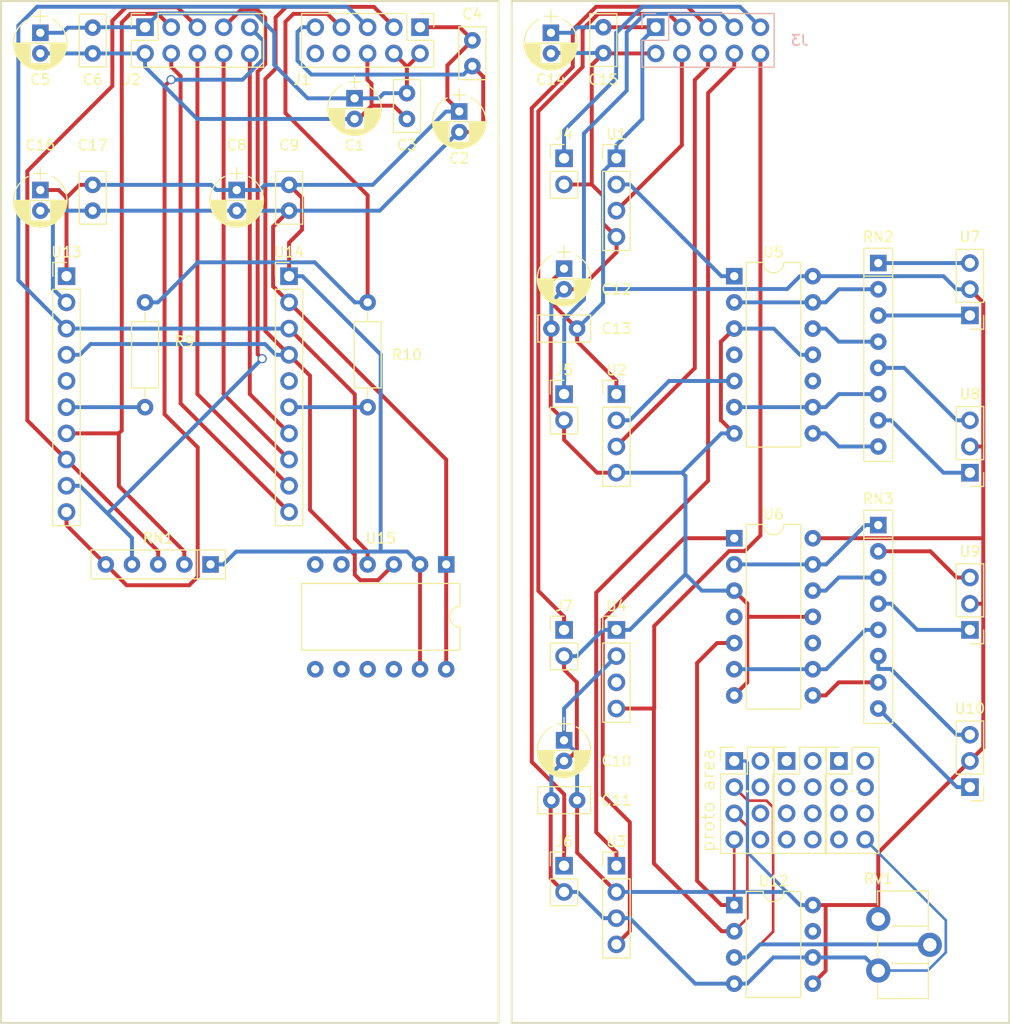
<source format=kicad_pcb>
(kicad_pcb (version 4) (host pcbnew 4.0.7)
  (layers (0 F.Cu signal) (31 B.Cu signal) (34 B.Paste user) (35 F.Paste user) (36 B.SilkS user) (37 F.SilkS user) (38 B.Mask user) (39 F.Mask user) (44 Edge.Cuts user))
  (net 0 "")
  (net 1 GND)
  (net 2 VCC)
  (net 3 "Net-(J2-Pad5)")
  (net 4 "Net-(J2-Pad7)")
  (net 5 "Net-(J2-Pad9)")
  (net 6 "Net-(J3-Pad5)")
  (net 7 "Net-(J3-Pad7)")
  (net 8 "Net-(J3-Pad9)")
  (net 9 "Net-(J3-Pad6)")
  (net 10 "Net-(J3-Pad8)")
  (net 11 "Net-(J3-Pad10)")
  (net 12 "Net-(J2-Pad10)")
  (net 13 "Net-(J2-Pad8)")
  (net 14 "Net-(J2-Pad6)")
  (net 15 "Net-(J2-Pad3)")
  (net 16 "Net-(J2-Pad4)")
  (net 17 "Net-(J3-Pad3)")
  (net 18 "Net-(J3-Pad4)")
  (net 19 +3V3)
  (net 20 GNDD)
  (net 21 "Net-(J1-Pad3)")
  (net 22 "Net-(J1-Pad5)")
  (net 23 "Net-(J1-Pad7)")
  (net 24 "Net-(J1-Pad8)")
  (net 25 "Net-(J1-Pad10)")
  (net 26 "Net-(R9-Pad1)")
  (net 27 "Net-(R10-Pad1)")
  (net 28 "Net-(RV1-Pad2)")
  (net 29 "Net-(U1-Pad2)")
  (net 30 "Net-(U2-Pad2)")
  (net 31 "Net-(U3-Pad4)")
  (net 32 "Net-(U4-Pad3)")
  (net 33 "Net-(U5-Pad10)")
  (net 34 "Net-(U5-Pad4)")
  (net 35 "Net-(U6-Pad10)")
  (net 36 "Net-(U6-Pad4)")
  (net 37 "Net-(U12-Pad1)")
  (net 38 "Net-(U12-Pad7)")
  (net 39 "Net-(U13-Pad5)")
  (net 40 "Net-(U14-Pad5)")
  (net 41 "Net-(U15-Pad7)")
  (net 42 "Net-(U15-Pad8)")
  (net 43 "Net-(U15-Pad9)")
  (net 44 "Net-(U15-Pad10)")
  (net 45 "Net-(U15-Pad5)")
  (net 46 "Net-(U15-Pad6)")
  (net 47 "Net-(RN2-Pad1)")
  (net 48 "Net-(RN2-Pad2)")
  (net 49 "Net-(RN2-Pad3)")
  (net 50 "Net-(RN2-Pad4)")
  (net 51 "Net-(RN2-Pad5)")
  (net 52 "Net-(RN2-Pad6)")
  (net 53 "Net-(RN2-Pad7)")
  (net 54 "Net-(RN2-Pad8)")
  (net 55 "Net-(RN3-Pad1)")
  (net 56 "Net-(RN3-Pad2)")
  (net 57 "Net-(RN3-Pad3)")
  (net 58 "Net-(RN3-Pad4)")
  (net 59 "Net-(RN3-Pad5)")
  (net 60 "Net-(RN3-Pad6)")
  (net 61 "Net-(RN3-Pad7)")
  (net 62 "Net-(RN3-Pad8)")
  (module Pin_Headers:Pin_Header_Straight_2x05_Pitch2.54mm (layer B.Cu) (at 219.71 53.34 270)
    (fp_text reference J3 (at 1.27 -13.97 360) (layer B.SilkS) (effects (justify mirror)))
    (fp_text value "digital header")
    (pad 1 thru_hole rect (at 0 0 270) (size 1.7 1.7) (drill 1) (layers *.Cu *.Mask) (net 2 VCC))
    (pad 2 thru_hole oval (at 2.54 0 270) (size 1.7 1.7) (drill 1) (layers *.Cu *.Mask) (net 1 GND))
    (pad 3 thru_hole oval (at 0 -2.54 270) (size 1.7 1.7) (drill 1) (layers *.Cu *.Mask) (net 17 "Net-(J3-Pad3)"))
    (pad 4 thru_hole oval (at 2.54 -2.54 270) (size 1.7 1.7) (drill 1) (layers *.Cu *.Mask) (net 18 "Net-(J3-Pad4)"))
    (pad 5 thru_hole oval (at 0 -5.08 270) (size 1.7 1.7) (drill 1) (layers *.Cu *.Mask) (net 6 "Net-(J3-Pad5)"))
    (pad 6 thru_hole oval (at 2.54 -5.08 270) (size 1.7 1.7) (drill 1) (layers *.Cu *.Mask) (net 9 "Net-(J3-Pad6)"))
    (pad 7 thru_hole oval (at 0 -7.62 270) (size 1.7 1.7) (drill 1) (layers *.Cu *.Mask) (net 7 "Net-(J3-Pad7)"))
    (pad 8 thru_hole oval (at 2.54 -7.62 270) (size 1.7 1.7) (drill 1) (layers *.Cu *.Mask) (net 10 "Net-(J3-Pad8)"))
    (pad 9 thru_hole oval (at 0 -10.16 270) (size 1.7 1.7) (drill 1) (layers *.Cu *.Mask) (net 8 "Net-(J3-Pad9)"))
    (pad 10 thru_hole oval (at 2.54 -10.16 270) (size 1.7 1.7) (drill 1) (layers *.Cu *.Mask) (net 11 "Net-(J3-Pad10)"))
  )
  (module Capacitors_THT:CP_Radial_D5.0mm_P2.00mm (layer F.Cu) (at 190.5 60.23 270)
    (fp_text reference C1 (at 4.54 0 360) (layer F.SilkS))
    (fp_text value 1uF)
    (pad 1 thru_hole rect (at 0 0 270) (size 1.6 1.6) (drill 0.8) (layers *.Cu *.Mask) (net 2 VCC))
    (pad 2 thru_hole circle (at 2 0 270) (size 1.6 1.6) (drill 0.8) (layers *.Cu *.Mask) (net 1 GND))
  )
  (module Capacitors_THT:CP_Radial_D5.0mm_P2.00mm (layer F.Cu) (at 200.66 61.5 270)
    (fp_text reference C2 (at 4.54 0 360) (layer F.SilkS))
    (fp_text value 1uF)
    (pad 1 thru_hole rect (at 0 0 270) (size 1.6 1.6) (drill 0.8) (layers *.Cu *.Mask) (net 19 +3V3))
    (pad 2 thru_hole circle (at 2 0 270) (size 1.6 1.6) (drill 0.8) (layers *.Cu *.Mask) (net 20 GNDD))
  )
  (module Capacitors_THT:C_Disc_D5.0mm_W2.5mm_P2.50mm (layer F.Cu) (at 195.58 62.23 90)
    (fp_text reference C3 (at -2.54 0 180) (layer F.SilkS))
    (fp_text value 0.1uF)
    (pad 1 thru_hole circle (at 0 0 90) (size 1.6 1.6) (drill 0.8) (layers *.Cu *.Mask) (net 1 GND))
    (pad 2 thru_hole circle (at 2.5 0 90) (size 1.6 1.6) (drill 0.8) (layers *.Cu *.Mask) (net 2 VCC))
  )
  (module Capacitors_THT:C_Disc_D5.0mm_W2.5mm_P2.50mm (layer F.Cu) (at 201.93 57.11 90)
    (fp_text reference C4 (at 5.04 0 180) (layer F.SilkS))
    (fp_text value 0.1uF)
    (pad 1 thru_hole circle (at 0 0 90) (size 1.6 1.6) (drill 0.8) (layers *.Cu *.Mask) (net 20 GNDD))
    (pad 2 thru_hole circle (at 2.5 0 90) (size 1.6 1.6) (drill 0.8) (layers *.Cu *.Mask) (net 19 +3V3))
  )
  (module Capacitors_THT:CP_Radial_D5.0mm_P2.00mm (layer F.Cu) (at 160.02 53.88 270)
    (fp_text reference C5 (at 4.54 0 360) (layer F.SilkS))
    (fp_text value 1uF)
    (pad 1 thru_hole rect (at 0 0 270) (size 1.6 1.6) (drill 0.8) (layers *.Cu *.Mask) (net 2 VCC))
    (pad 2 thru_hole circle (at 2 0 270) (size 1.6 1.6) (drill 0.8) (layers *.Cu *.Mask) (net 1 GND))
  )
  (module Capacitors_THT:C_Disc_D5.0mm_W2.5mm_P2.50mm (layer F.Cu) (at 165.1 55.88 90)
    (fp_text reference C6 (at -2.54 0 180) (layer F.SilkS))
    (fp_text value 0.1uF)
    (pad 1 thru_hole circle (at 0 0 90) (size 1.6 1.6) (drill 0.8) (layers *.Cu *.Mask) (net 1 GND))
    (pad 2 thru_hole circle (at 2.5 0 90) (size 1.6 1.6) (drill 0.8) (layers *.Cu *.Mask) (net 2 VCC))
  )
  (module Capacitors_THT:CP_Radial_D5.0mm_P2.00mm (layer F.Cu) (at 179.07 69.12 270)
    (fp_text reference C8 (at -4.35 0 360) (layer F.SilkS))
    (fp_text value 1uF)
    (pad 1 thru_hole rect (at 0 0 270) (size 1.6 1.6) (drill 0.8) (layers *.Cu *.Mask) (net 19 +3V3))
    (pad 2 thru_hole circle (at 2 0 270) (size 1.6 1.6) (drill 0.8) (layers *.Cu *.Mask) (net 20 GNDD))
  )
  (module Capacitors_THT:C_Disc_D5.0mm_W2.5mm_P2.50mm (layer F.Cu) (at 184.15 71.12 90)
    (fp_text reference C9 (at 6.35 0 180) (layer F.SilkS))
    (fp_text value 0.1uF)
    (pad 1 thru_hole circle (at 0 0 90) (size 1.6 1.6) (drill 0.8) (layers *.Cu *.Mask) (net 20 GNDD))
    (pad 2 thru_hole circle (at 2.5 0 90) (size 1.6 1.6) (drill 0.8) (layers *.Cu *.Mask) (net 19 +3V3))
  )
  (module Capacitors_THT:CP_Radial_D5.0mm_P2.00mm (layer F.Cu) (at 210.82 122.46 270)
    (fp_text reference C10 (at 2 -5.08 360) (layer F.SilkS))
    (fp_text value 1uF)
    (pad 1 thru_hole rect (at 0 0 270) (size 1.6 1.6) (drill 0.8) (layers *.Cu *.Mask) (net 2 VCC))
    (pad 2 thru_hole circle (at 2 0 270) (size 1.6 1.6) (drill 0.8) (layers *.Cu *.Mask) (net 1 GND))
  )
  (module Capacitors_THT:C_Disc_D5.0mm_W2.5mm_P2.50mm (layer F.Cu) (at 209.59 128.27)
    (fp_text reference C11 (at 6.31 0) (layer F.SilkS))
    (fp_text value 0.1uF)
    (pad 1 thru_hole circle (at 0 0) (size 1.6 1.6) (drill 0.8) (layers *.Cu *.Mask) (net 1 GND))
    (pad 2 thru_hole circle (at 2.5 0) (size 1.6 1.6) (drill 0.8) (layers *.Cu *.Mask) (net 2 VCC))
  )
  (module Capacitors_THT:CP_Radial_D5.0mm_P2.00mm (layer F.Cu) (at 210.82 76.74 270)
    (fp_text reference C12 (at 2 -5.08 540) (layer F.SilkS))
    (fp_text value 1uF)
    (pad 1 thru_hole rect (at 0 0 270) (size 1.6 1.6) (drill 0.8) (layers *.Cu *.Mask) (net 2 VCC))
    (pad 2 thru_hole circle (at 2 0 270) (size 1.6 1.6) (drill 0.8) (layers *.Cu *.Mask) (net 1 GND))
  )
  (module Capacitors_THT:C_Disc_D5.0mm_W2.5mm_P2.50mm (layer F.Cu) (at 209.59 82.55)
    (fp_text reference C13 (at 6.31 0) (layer F.SilkS))
    (fp_text value 0.1uF)
    (pad 1 thru_hole circle (at 0 0) (size 1.6 1.6) (drill 0.8) (layers *.Cu *.Mask) (net 1 GND))
    (pad 2 thru_hole circle (at 2.5 0) (size 1.6 1.6) (drill 0.8) (layers *.Cu *.Mask) (net 2 VCC))
  )
  (module Capacitors_THT:CP_Radial_D5.0mm_P2.00mm (layer F.Cu) (at 209.55 53.88 270)
    (fp_text reference C14 (at 4.540001 0 360) (layer F.SilkS))
    (fp_text value 1uF)
    (pad 1 thru_hole rect (at 0 0 270) (size 1.6 1.6) (drill 0.8) (layers *.Cu *.Mask) (net 2 VCC))
    (pad 2 thru_hole circle (at 2 0 270) (size 1.6 1.6) (drill 0.8) (layers *.Cu *.Mask) (net 1 GND))
  )
  (module Capacitors_THT:C_Disc_D5.0mm_W2.5mm_P2.50mm (layer F.Cu) (at 214.63 55.84 90)
    (fp_text reference C15 (at -2.58 0 180) (layer F.SilkS))
    (fp_text value 0.1uF)
    (pad 1 thru_hole circle (at 0 0 90) (size 1.6 1.6) (drill 0.8) (layers *.Cu *.Mask) (net 1 GND))
    (pad 2 thru_hole circle (at 2.5 0 90) (size 1.6 1.6) (drill 0.8) (layers *.Cu *.Mask) (net 2 VCC))
  )
  (module Capacitors_THT:CP_Radial_D5.0mm_P2.00mm (layer F.Cu) (at 160.02 69.12 270)
    (fp_text reference C16 (at -4.35 0 360) (layer F.SilkS))
    (fp_text value 1uF)
    (pad 1 thru_hole rect (at 0 0 270) (size 1.6 1.6) (drill 0.8) (layers *.Cu *.Mask) (net 19 +3V3))
    (pad 2 thru_hole circle (at 2 0 270) (size 1.6 1.6) (drill 0.8) (layers *.Cu *.Mask) (net 20 GNDD))
  )
  (module Capacitors_THT:C_Disc_D5.0mm_W2.5mm_P2.50mm (layer F.Cu) (at 165.1 71.12 90)
    (fp_text reference C17 (at 6.35 0 180) (layer F.SilkS))
    (fp_text value 0.1uF)
    (pad 1 thru_hole circle (at 0 0 90) (size 1.6 1.6) (drill 0.8) (layers *.Cu *.Mask) (net 20 GNDD))
    (pad 2 thru_hole circle (at 2.5 0 90) (size 1.6 1.6) (drill 0.8) (layers *.Cu *.Mask) (net 19 +3V3))
  )
  (module Pin_Headers:Pin_Header_Straight_2x05_Pitch2.54mm (layer F.Cu) (at 196.85 53.34 270)
    (fp_text reference J1 (at 5.08 11.43 360) (layer F.SilkS))
    (fp_text value RPi)
    (pad 1 thru_hole rect (at 0 0 270) (size 1.7 1.7) (drill 1) (layers *.Cu *.Mask) (net 19 +3V3))
    (pad 2 thru_hole oval (at 2.54 0 270) (size 1.7 1.7) (drill 1) (layers *.Cu *.Mask) (net 2 VCC))
    (pad 3 thru_hole oval (at 0 2.54 270) (size 1.7 1.7) (drill 1) (layers *.Cu *.Mask) (net 21 "Net-(J1-Pad3)"))
    (pad 4 thru_hole oval (at 2.54 2.54 270) (size 1.7 1.7) (drill 1) (layers *.Cu *.Mask) (net 2 VCC))
    (pad 5 thru_hole oval (at 0 5.08 270) (size 1.7 1.7) (drill 1) (layers *.Cu *.Mask) (net 22 "Net-(J1-Pad5)"))
    (pad 6 thru_hole oval (at 2.54 5.08 270) (size 1.7 1.7) (drill 1) (layers *.Cu *.Mask) (net 1 GND))
    (pad 7 thru_hole oval (at 0 7.62 270) (size 1.7 1.7) (drill 1) (layers *.Cu *.Mask) (net 23 "Net-(J1-Pad7)"))
    (pad 8 thru_hole oval (at 2.54 7.62 270) (size 1.7 1.7) (drill 1) (layers *.Cu *.Mask) (net 24 "Net-(J1-Pad8)"))
    (pad 9 thru_hole oval (at 0 10.16 270) (size 1.7 1.7) (drill 1) (layers *.Cu *.Mask) (net 20 GNDD))
    (pad 10 thru_hole oval (at 2.54 10.16 270) (size 1.7 1.7) (drill 1) (layers *.Cu *.Mask) (net 25 "Net-(J1-Pad10)"))
  )
  (module Pin_Headers:Pin_Header_Straight_1x02_Pitch2.54mm (layer F.Cu) (at 210.82 66.04)
    (fp_text reference J4 (at 0 -2.33) (layer F.SilkS))
    (fp_text value 1x2)
    (pad 1 thru_hole rect (at 0 0) (size 1.7 1.7) (drill 1) (layers *.Cu *.Mask) (net 8 "Net-(J3-Pad9)"))
    (pad 2 thru_hole oval (at 0 2.54) (size 1.7 1.7) (drill 1) (layers *.Cu *.Mask) (net 1 GND))
  )
  (module Pin_Headers:Pin_Header_Straight_1x02_Pitch2.54mm (layer F.Cu) (at 210.82 88.9)
    (fp_text reference J5 (at 0 -2.33) (layer F.SilkS))
    (fp_text value 1x2)
    (pad 1 thru_hole rect (at 0 0) (size 1.7 1.7) (drill 1) (layers *.Cu *.Mask) (net 7 "Net-(J3-Pad7)"))
    (pad 2 thru_hole oval (at 0 2.54) (size 1.7 1.7) (drill 1) (layers *.Cu *.Mask) (net 1 GND))
  )
  (module Pin_Headers:Pin_Header_Straight_1x02_Pitch2.54mm (layer F.Cu) (at 210.82 134.62)
    (fp_text reference J6 (at 0 -2.33) (layer F.SilkS))
    (fp_text value 1x2)
    (pad 1 thru_hole rect (at 0 0) (size 1.7 1.7) (drill 1) (layers *.Cu *.Mask) (net 6 "Net-(J3-Pad5)"))
    (pad 2 thru_hole oval (at 0 2.54) (size 1.7 1.7) (drill 1) (layers *.Cu *.Mask) (net 1 GND))
  )
  (module Pin_Headers:Pin_Header_Straight_1x02_Pitch2.54mm (layer F.Cu) (at 210.82 111.76)
    (fp_text reference J7 (at 0 -2.33) (layer F.SilkS))
    (fp_text value 1x2)
    (pad 1 thru_hole rect (at 0 0) (size 1.7 1.7) (drill 1) (layers *.Cu *.Mask) (net 17 "Net-(J3-Pad3)"))
    (pad 2 thru_hole oval (at 0 2.54) (size 1.7 1.7) (drill 1) (layers *.Cu *.Mask) (net 1 GND))
  )
  (module Resistors_THT:R_Axial_DIN0207_L6.3mm_D2.5mm_P10.16mm_Horizontal (layer F.Cu) (at 170.18 90.17 90)
    (fp_text reference R9 (at 6.35 3.81 360) (layer F.SilkS))
    (fp_text value 4.7k)
    (pad 1 thru_hole circle (at 0 0 90) (size 1.6 1.6) (drill 0.8) (layers *.Cu *.Mask) (net 26 "Net-(R9-Pad1)"))
    (pad 2 thru_hole oval (at 10.16 0 90) (size 1.6 1.6) (drill 0.8) (layers *.Cu *.Mask) (net 23 "Net-(J1-Pad7)"))
  )
  (module Resistors_THT:R_Axial_DIN0207_L6.3mm_D2.5mm_P10.16mm_Horizontal (layer F.Cu) (at 191.77 90.17 90)
    (fp_text reference R10 (at 5.08 3.81 360) (layer F.SilkS))
    (fp_text value 4.7k)
    (pad 1 thru_hole circle (at 0 0 90) (size 1.6 1.6) (drill 0.8) (layers *.Cu *.Mask) (net 27 "Net-(R10-Pad1)"))
    (pad 2 thru_hole oval (at 10.16 0 90) (size 1.6 1.6) (drill 0.8) (layers *.Cu *.Mask) (net 23 "Net-(J1-Pad7)"))
  )
  (module Resistors_THT:R_Array_SIP5 (layer F.Cu) (at 176.53 105.41 180)
    (fp_text reference RN1 (at 5.08 2.54 180) (layer F.SilkS))
    (fp_text value 4x100K)
    (pad 1 thru_hole rect (at 0 0 180) (size 1.6 1.6) (drill 0.8) (layers *.Cu *.Mask) (net 19 +3V3))
    (pad 2 thru_hole oval (at 2.54 0 180) (size 1.6 1.6) (drill 0.8) (layers *.Cu *.Mask) (net 15 "Net-(J2-Pad3)"))
    (pad 3 thru_hole oval (at 5.08 0 180) (size 1.6 1.6) (drill 0.8) (layers *.Cu *.Mask) (net 3 "Net-(J2-Pad5)"))
    (pad 4 thru_hole oval (at 7.62 0 180) (size 1.6 1.6) (drill 0.8) (layers *.Cu *.Mask) (net 4 "Net-(J2-Pad7)"))
    (pad 5 thru_hole oval (at 10.16 0 180) (size 1.6 1.6) (drill 0.8) (layers *.Cu *.Mask) (net 5 "Net-(J2-Pad9)"))
  )
  (module Potentiometers:Potentiometer_Trimmer_Piher_PT-10h5_Vertical_Px5.0mm_Py5.0mm (layer F.Cu) (at 241.3 139.78)
    (fp_text reference RV1 (at 0 -3.9) (layer F.SilkS))
    (fp_text value 10K)
    (pad 3 thru_hole circle (at 0 5) (size 2.34 2.34) (drill 1.3) (layers *.Cu *.Mask) (net 1 GND))
    (pad 2 thru_hole circle (at 5 2.5) (size 2.34 2.34) (drill 1.3) (layers *.Cu *.Mask) (net 28 "Net-(RV1-Pad2)"))
    (pad 1 thru_hole circle (at 0 0) (size 2.34 2.34) (drill 1.3) (layers *.Cu *.Mask) (net 2 VCC))
  )
  (module Socket_Strips:Socket_Strip_Straight_1x04_Pitch2.54mm (layer F.Cu) (at 215.9 66.04)
    (fp_text reference U1 (at 0 -2.33) (layer F.SilkS))
    (fp_text value MQ-8)
    (pad 1 thru_hole rect (at 0 0) (size 1.7 1.7) (drill 1) (layers *.Cu *.Mask) (net 2 VCC))
    (pad 2 thru_hole oval (at 0 2.54) (size 1.7 1.7) (drill 1) (layers *.Cu *.Mask) (net 29 "Net-(U1-Pad2)"))
    (pad 3 thru_hole oval (at 0 5.08) (size 1.7 1.7) (drill 1) (layers *.Cu *.Mask) (net 18 "Net-(J3-Pad4)"))
    (pad 4 thru_hole oval (at 0 7.62) (size 1.7 1.7) (drill 1) (layers *.Cu *.Mask) (net 1 GND))
  )
  (module Socket_Strips:Socket_Strip_Straight_1x04_Pitch2.54mm (layer F.Cu) (at 215.9 88.9)
    (fp_text reference U2 (at 0 -2.33) (layer F.SilkS))
    (fp_text value MQ-4)
    (pad 1 thru_hole rect (at 0 0) (size 1.7 1.7) (drill 1) (layers *.Cu *.Mask) (net 2 VCC))
    (pad 2 thru_hole oval (at 0 2.54) (size 1.7 1.7) (drill 1) (layers *.Cu *.Mask) (net 30 "Net-(U2-Pad2)"))
    (pad 3 thru_hole oval (at 0 5.08) (size 1.7 1.7) (drill 1) (layers *.Cu *.Mask) (net 9 "Net-(J3-Pad6)"))
    (pad 4 thru_hole oval (at 0 7.62) (size 1.7 1.7) (drill 1) (layers *.Cu *.Mask) (net 1 GND))
  )
  (module Socket_Strips:Socket_Strip_Straight_1x04_Pitch2.54mm (layer F.Cu) (at 215.9 134.62)
    (fp_text reference U3 (at 0 -2.33) (layer F.SilkS))
    (fp_text value CO2)
    (pad 1 thru_hole rect (at 0 0) (size 1.7 1.7) (drill 1) (layers *.Cu *.Mask) (net 10 "Net-(J3-Pad8)"))
    (pad 2 thru_hole oval (at 0 2.54) (size 1.7 1.7) (drill 1) (layers *.Cu *.Mask) (net 2 VCC))
    (pad 3 thru_hole oval (at 0 5.08) (size 1.7 1.7) (drill 1) (layers *.Cu *.Mask) (net 1 GND))
    (pad 4 thru_hole oval (at 0 7.62) (size 1.7 1.7) (drill 1) (layers *.Cu *.Mask) (net 31 "Net-(U3-Pad4)"))
  )
  (module Socket_Strips:Socket_Strip_Straight_1x04_Pitch2.54mm (layer F.Cu) (at 215.9 111.76)
    (fp_text reference U4 (at 0 -2.33) (layer F.SilkS))
    (fp_text value O2)
    (pad 1 thru_hole rect (at 0 0) (size 1.7 1.7) (drill 1) (layers *.Cu *.Mask) (net 1 GND))
    (pad 2 thru_hole oval (at 0 2.54) (size 1.7 1.7) (drill 1) (layers *.Cu *.Mask) (net 2 VCC))
    (pad 3 thru_hole oval (at 0 5.08) (size 1.7 1.7) (drill 1) (layers *.Cu *.Mask) (net 32 "Net-(U4-Pad3)"))
    (pad 4 thru_hole oval (at 0 7.62) (size 1.7 1.7) (drill 1) (layers *.Cu *.Mask) (net 11 "Net-(J3-Pad10)"))
  )
  (module Housings_DIP:DIP-14_W7.62mm (layer F.Cu) (at 227.33 77.47)
    (fp_text reference U5 (at 3.81 -2.33) (layer F.SilkS))
    (fp_text value 7407)
    (pad 1 thru_hole rect (at 0 0) (size 1.6 1.6) (drill 0.8) (layers *.Cu *.Mask) (net 29 "Net-(U1-Pad2)"))
    (pad 8 thru_hole oval (at 7.62 15.24) (size 1.6 1.6) (drill 0.8) (layers *.Cu *.Mask) (net 54 "Net-(RN2-Pad8)"))
    (pad 2 thru_hole oval (at 0 2.54) (size 1.6 1.6) (drill 0.8) (layers *.Cu *.Mask) (net 48 "Net-(RN2-Pad2)"))
    (pad 9 thru_hole oval (at 7.62 12.7) (size 1.6 1.6) (drill 0.8) (layers *.Cu *.Mask) (net 52 "Net-(RN2-Pad6)"))
    (pad 3 thru_hole oval (at 0 5.08) (size 1.6 1.6) (drill 0.8) (layers *.Cu *.Mask) (net 1 GND))
    (pad 10 thru_hole oval (at 7.62 10.16) (size 1.6 1.6) (drill 0.8) (layers *.Cu *.Mask) (net 33 "Net-(U5-Pad10)"))
    (pad 4 thru_hole oval (at 0 7.62) (size 1.6 1.6) (drill 0.8) (layers *.Cu *.Mask) (net 34 "Net-(U5-Pad4)"))
    (pad 11 thru_hole oval (at 7.62 7.62) (size 1.6 1.6) (drill 0.8) (layers *.Cu *.Mask) (net 1 GND))
    (pad 5 thru_hole oval (at 0 10.16) (size 1.6 1.6) (drill 0.8) (layers *.Cu *.Mask) (net 30 "Net-(U2-Pad2)"))
    (pad 12 thru_hole oval (at 7.62 5.08) (size 1.6 1.6) (drill 0.8) (layers *.Cu *.Mask) (net 50 "Net-(RN2-Pad4)"))
    (pad 6 thru_hole oval (at 0 12.7) (size 1.6 1.6) (drill 0.8) (layers *.Cu *.Mask) (net 52 "Net-(RN2-Pad6)"))
    (pad 13 thru_hole oval (at 7.62 2.54) (size 1.6 1.6) (drill 0.8) (layers *.Cu *.Mask) (net 48 "Net-(RN2-Pad2)"))
    (pad 7 thru_hole oval (at 0 15.24) (size 1.6 1.6) (drill 0.8) (layers *.Cu *.Mask) (net 1 GND))
    (pad 14 thru_hole oval (at 7.62 0) (size 1.6 1.6) (drill 0.8) (layers *.Cu *.Mask) (net 2 VCC))
  )
  (module Housings_DIP:DIP-14_W7.62mm (layer F.Cu) (at 227.33 102.87)
    (fp_text reference U6 (at 3.81 -2.33) (layer F.SilkS))
    (fp_text value 7407)
    (pad 1 thru_hole rect (at 0 0) (size 1.6 1.6) (drill 0.8) (layers *.Cu *.Mask) (net 31 "Net-(U3-Pad4)"))
    (pad 8 thru_hole oval (at 7.62 15.24) (size 1.6 1.6) (drill 0.8) (layers *.Cu *.Mask) (net 61 "Net-(RN3-Pad7)"))
    (pad 2 thru_hole oval (at 0 2.54) (size 1.6 1.6) (drill 0.8) (layers *.Cu *.Mask) (net 55 "Net-(RN3-Pad1)"))
    (pad 9 thru_hole oval (at 7.62 12.7) (size 1.6 1.6) (drill 0.8) (layers *.Cu *.Mask) (net 59 "Net-(RN3-Pad5)"))
    (pad 3 thru_hole oval (at 0 5.08) (size 1.6 1.6) (drill 0.8) (layers *.Cu *.Mask) (net 1 GND))
    (pad 10 thru_hole oval (at 7.62 10.16) (size 1.6 1.6) (drill 0.8) (layers *.Cu *.Mask) (net 35 "Net-(U6-Pad10)"))
    (pad 4 thru_hole oval (at 0 7.62) (size 1.6 1.6) (drill 0.8) (layers *.Cu *.Mask) (net 36 "Net-(U6-Pad4)"))
    (pad 11 thru_hole oval (at 7.62 7.62) (size 1.6 1.6) (drill 0.8) (layers *.Cu *.Mask) (net 1 GND))
    (pad 5 thru_hole oval (at 0 10.16) (size 1.6 1.6) (drill 0.8) (layers *.Cu *.Mask) (net 37 "Net-(U12-Pad1)"))
    (pad 12 thru_hole oval (at 7.62 5.08) (size 1.6 1.6) (drill 0.8) (layers *.Cu *.Mask) (net 57 "Net-(RN3-Pad3)"))
    (pad 6 thru_hole oval (at 0 12.7) (size 1.6 1.6) (drill 0.8) (layers *.Cu *.Mask) (net 59 "Net-(RN3-Pad5)"))
    (pad 13 thru_hole oval (at 7.62 2.54) (size 1.6 1.6) (drill 0.8) (layers *.Cu *.Mask) (net 55 "Net-(RN3-Pad1)"))
    (pad 7 thru_hole oval (at 0 15.24) (size 1.6 1.6) (drill 0.8) (layers *.Cu *.Mask) (net 1 GND))
    (pad 14 thru_hole oval (at 7.62 0) (size 1.6 1.6) (drill 0.8) (layers *.Cu *.Mask) (net 2 VCC))
  )
  (module Socket_Strips:Socket_Strip_Straight_1x03_Pitch2.54mm (layer F.Cu) (at 250.19 96.52 180)
    (fp_text reference U8 (at 0 7.62 180) (layer F.SilkS))
    (fp_text value "RG LED")
    (pad 1 thru_hole rect (at 0 0 180) (size 1.7 1.7) (drill 1) (layers *.Cu *.Mask) (net 53 "Net-(RN2-Pad7)"))
    (pad 2 thru_hole oval (at 0 2.54 180) (size 1.7 1.7) (drill 1) (layers *.Cu *.Mask) (net 2 VCC))
    (pad 3 thru_hole oval (at 0 5.08 180) (size 1.7 1.7) (drill 1) (layers *.Cu *.Mask) (net 51 "Net-(RN2-Pad5)"))
  )
  (module Socket_Strips:Socket_Strip_Straight_1x03_Pitch2.54mm (layer F.Cu) (at 250.19 111.76 180)
    (fp_text reference U9 (at 0 7.62 180) (layer F.SilkS))
    (fp_text value "RG LED")
    (pad 1 thru_hole rect (at 0 0 180) (size 1.7 1.7) (drill 1) (layers *.Cu *.Mask) (net 58 "Net-(RN3-Pad4)"))
    (pad 2 thru_hole oval (at 0 2.54 180) (size 1.7 1.7) (drill 1) (layers *.Cu *.Mask) (net 2 VCC))
    (pad 3 thru_hole oval (at 0 5.08 180) (size 1.7 1.7) (drill 1) (layers *.Cu *.Mask) (net 56 "Net-(RN3-Pad2)"))
  )
  (module Socket_Strips:Socket_Strip_Straight_1x03_Pitch2.54mm (layer F.Cu) (at 250.19 127 180)
    (fp_text reference U10 (at 0 7.62 180) (layer F.SilkS))
    (fp_text value "RG LED")
    (pad 1 thru_hole rect (at 0 0 180) (size 1.7 1.7) (drill 1) (layers *.Cu *.Mask) (net 62 "Net-(RN3-Pad8)"))
    (pad 2 thru_hole oval (at 0 2.54 180) (size 1.7 1.7) (drill 1) (layers *.Cu *.Mask) (net 2 VCC))
    (pad 3 thru_hole oval (at 0 5.08 180) (size 1.7 1.7) (drill 1) (layers *.Cu *.Mask) (net 60 "Net-(RN3-Pad6)"))
  )
  (module Housings_DIP:DIP-8_W7.62mm (layer F.Cu) (at 227.33 138.43)
    (fp_text reference U12 (at 3.81 -2.33) (layer F.SilkS))
    (fp_text value LM393)
    (pad 1 thru_hole rect (at 0 0) (size 1.6 1.6) (drill 0.8) (layers *.Cu *.Mask) (net 37 "Net-(U12-Pad1)"))
    (pad 5 thru_hole oval (at 7.62 7.62) (size 1.6 1.6) (drill 0.8) (layers *.Cu *.Mask) (net 2 VCC))
    (pad 2 thru_hole oval (at 0 2.54) (size 1.6 1.6) (drill 0.8) (layers *.Cu *.Mask) (net 11 "Net-(J3-Pad10)"))
    (pad 6 thru_hole oval (at 7.62 5.08) (size 1.6 1.6) (drill 0.8) (layers *.Cu *.Mask) (net 1 GND))
    (pad 3 thru_hole oval (at 0 5.08) (size 1.6 1.6) (drill 0.8) (layers *.Cu *.Mask) (net 28 "Net-(RV1-Pad2)"))
    (pad 7 thru_hole oval (at 7.62 2.54) (size 1.6 1.6) (drill 0.8) (layers *.Cu *.Mask) (net 38 "Net-(U12-Pad7)"))
    (pad 4 thru_hole oval (at 0 7.62) (size 1.6 1.6) (drill 0.8) (layers *.Cu *.Mask) (net 1 GND))
    (pad 8 thru_hole oval (at 7.62 0) (size 1.6 1.6) (drill 0.8) (layers *.Cu *.Mask) (net 2 VCC))
  )
  (module Socket_Strips:Socket_Strip_Straight_1x10_Pitch2.54mm (layer F.Cu) (at 162.56 77.47)
    (fp_text reference U13 (at 0 -2.33) (layer F.SilkS))
    (fp_text value ads1x15)
    (pad 1 thru_hole rect (at 0 0) (size 1.7 1.7) (drill 1) (layers *.Cu *.Mask) (net 19 +3V3))
    (pad 2 thru_hole oval (at 0 2.54) (size 1.7 1.7) (drill 1) (layers *.Cu *.Mask) (net 20 GNDD))
    (pad 3 thru_hole oval (at 0 5.08) (size 1.7 1.7) (drill 1) (layers *.Cu *.Mask) (net 22 "Net-(J1-Pad5)"))
    (pad 4 thru_hole oval (at 0 7.62) (size 1.7 1.7) (drill 1) (layers *.Cu *.Mask) (net 21 "Net-(J1-Pad3)"))
    (pad 5 thru_hole oval (at 0 10.16) (size 1.7 1.7) (drill 1) (layers *.Cu *.Mask) (net 39 "Net-(U13-Pad5)"))
    (pad 6 thru_hole oval (at 0 12.7) (size 1.7 1.7) (drill 1) (layers *.Cu *.Mask) (net 26 "Net-(R9-Pad1)"))
    (pad 7 thru_hole oval (at 0 15.24) (size 1.7 1.7) (drill 1) (layers *.Cu *.Mask) (net 15 "Net-(J2-Pad3)"))
    (pad 8 thru_hole oval (at 0 17.78) (size 1.7 1.7) (drill 1) (layers *.Cu *.Mask) (net 3 "Net-(J2-Pad5)"))
    (pad 9 thru_hole oval (at 0 20.32) (size 1.7 1.7) (drill 1) (layers *.Cu *.Mask) (net 4 "Net-(J2-Pad7)"))
    (pad 10 thru_hole oval (at 0 22.86) (size 1.7 1.7) (drill 1) (layers *.Cu *.Mask) (net 5 "Net-(J2-Pad9)"))
  )
  (module Socket_Strips:Socket_Strip_Straight_1x10_Pitch2.54mm (layer F.Cu) (at 184.15 77.47)
    (fp_text reference U14 (at 0 -2.33) (layer F.SilkS))
    (fp_text value ads1x15)
    (pad 1 thru_hole rect (at 0 0) (size 1.7 1.7) (drill 1) (layers *.Cu *.Mask) (net 19 +3V3))
    (pad 2 thru_hole oval (at 0 2.54) (size 1.7 1.7) (drill 1) (layers *.Cu *.Mask) (net 20 GNDD))
    (pad 3 thru_hole oval (at 0 5.08) (size 1.7 1.7) (drill 1) (layers *.Cu *.Mask) (net 22 "Net-(J1-Pad5)"))
    (pad 4 thru_hole oval (at 0 7.62) (size 1.7 1.7) (drill 1) (layers *.Cu *.Mask) (net 21 "Net-(J1-Pad3)"))
    (pad 5 thru_hole oval (at 0 10.16) (size 1.7 1.7) (drill 1) (layers *.Cu *.Mask) (net 40 "Net-(U14-Pad5)"))
    (pad 6 thru_hole oval (at 0 12.7) (size 1.7 1.7) (drill 1) (layers *.Cu *.Mask) (net 27 "Net-(R10-Pad1)"))
    (pad 7 thru_hole oval (at 0 15.24) (size 1.7 1.7) (drill 1) (layers *.Cu *.Mask) (net 12 "Net-(J2-Pad10)"))
    (pad 8 thru_hole oval (at 0 17.78) (size 1.7 1.7) (drill 1) (layers *.Cu *.Mask) (net 13 "Net-(J2-Pad8)"))
    (pad 9 thru_hole oval (at 0 20.32) (size 1.7 1.7) (drill 1) (layers *.Cu *.Mask) (net 14 "Net-(J2-Pad6)"))
    (pad 10 thru_hole oval (at 0 22.86) (size 1.7 1.7) (drill 1) (layers *.Cu *.Mask) (net 16 "Net-(J2-Pad4)"))
  )
  (module Housings_DIP:DIP-12_W10.16mm (layer F.Cu) (at 199.39 105.41 270)
    (fp_text reference U15 (at -2.54 6.35 360) (layer F.SilkS))
    (fp_text value BME280)
    (pad 1 thru_hole rect (at 0 0 270) (size 1.6 1.6) (drill 0.8) (layers *.Cu *.Mask) (net 20 GNDD))
    (pad 7 thru_hole oval (at 10.16 12.7 270) (size 1.6 1.6) (drill 0.8) (layers *.Cu *.Mask) (net 41 "Net-(U15-Pad7)"))
    (pad 2 thru_hole oval (at 0 2.54 270) (size 1.6 1.6) (drill 0.8) (layers *.Cu *.Mask) (net 19 +3V3))
    (pad 8 thru_hole oval (at 10.16 10.16 270) (size 1.6 1.6) (drill 0.8) (layers *.Cu *.Mask) (net 42 "Net-(U15-Pad8)"))
    (pad 3 thru_hole oval (at 0 5.08 270) (size 1.6 1.6) (drill 0.8) (layers *.Cu *.Mask) (net 21 "Net-(J1-Pad3)"))
    (pad 9 thru_hole oval (at 10.16 7.62 270) (size 1.6 1.6) (drill 0.8) (layers *.Cu *.Mask) (net 43 "Net-(U15-Pad9)"))
    (pad 4 thru_hole oval (at 0 7.62 270) (size 1.6 1.6) (drill 0.8) (layers *.Cu *.Mask) (net 22 "Net-(J1-Pad5)"))
    (pad 10 thru_hole oval (at 10.16 5.08 270) (size 1.6 1.6) (drill 0.8) (layers *.Cu *.Mask) (net 44 "Net-(U15-Pad10)"))
    (pad 5 thru_hole oval (at 0 10.16 270) (size 1.6 1.6) (drill 0.8) (layers *.Cu *.Mask) (net 45 "Net-(U15-Pad5)"))
    (pad 11 thru_hole oval (at 10.16 2.54 270) (size 1.6 1.6) (drill 0.8) (layers *.Cu *.Mask) (net 19 +3V3))
    (pad 6 thru_hole oval (at 0 12.7 270) (size 1.6 1.6) (drill 0.8) (layers *.Cu *.Mask) (net 46 "Net-(U15-Pad6)"))
    (pad 12 thru_hole oval (at 10.16 0 270) (size 1.6 1.6) (drill 0.8) (layers *.Cu *.Mask) (net 20 GNDD))
  )
  (module Socket_Strips:Socket_Strip_Straight_2x05_Pitch2.54mm (layer F.Cu) (at 170.18 53.34 90)
    (fp_text reference J2 (at -5.08 -1.27 180) (layer F.SilkS))
    (fp_text value "digital header")
    (pad 1 thru_hole rect (at 0 0 90) (size 1.7 1.7) (drill 1) (layers *.Cu *.Mask) (net 2 VCC))
    (pad 2 thru_hole oval (at -2.54 0 90) (size 1.7 1.7) (drill 1) (layers *.Cu *.Mask) (net 1 GND))
    (pad 3 thru_hole oval (at 0 2.54 90) (size 1.7 1.7) (drill 1) (layers *.Cu *.Mask) (net 15 "Net-(J2-Pad3)"))
    (pad 4 thru_hole oval (at -2.54 2.54 90) (size 1.7 1.7) (drill 1) (layers *.Cu *.Mask) (net 16 "Net-(J2-Pad4)"))
    (pad 5 thru_hole oval (at 0 5.08 90) (size 1.7 1.7) (drill 1) (layers *.Cu *.Mask) (net 3 "Net-(J2-Pad5)"))
    (pad 6 thru_hole oval (at -2.54 5.08 90) (size 1.7 1.7) (drill 1) (layers *.Cu *.Mask) (net 14 "Net-(J2-Pad6)"))
    (pad 7 thru_hole oval (at 0 7.62 90) (size 1.7 1.7) (drill 1) (layers *.Cu *.Mask) (net 4 "Net-(J2-Pad7)"))
    (pad 8 thru_hole oval (at -2.54 7.62 90) (size 1.7 1.7) (drill 1) (layers *.Cu *.Mask) (net 13 "Net-(J2-Pad8)"))
    (pad 9 thru_hole oval (at 0 10.16 90) (size 1.7 1.7) (drill 1) (layers *.Cu *.Mask) (net 5 "Net-(J2-Pad9)"))
    (pad 10 thru_hole oval (at -2.54 10.16 90) (size 1.7 1.7) (drill 1) (layers *.Cu *.Mask) (net 12 "Net-(J2-Pad10)"))
  )
  (module Resistors_THT:R_Array_SIP8 (layer F.Cu) (at 241.3 76.2 270)
    (fp_text reference RN2 (at -2.54 0 360) (layer F.SilkS))
    (fp_text value 4x150)
    (pad 1 thru_hole rect (at 0 0 270) (size 1.6 1.6) (drill 0.8) (layers *.Cu *.Mask) (net 47 "Net-(RN2-Pad1)"))
    (pad 2 thru_hole oval (at 2.54 0 270) (size 1.6 1.6) (drill 0.8) (layers *.Cu *.Mask) (net 48 "Net-(RN2-Pad2)"))
    (pad 3 thru_hole oval (at 5.08 0 270) (size 1.6 1.6) (drill 0.8) (layers *.Cu *.Mask) (net 49 "Net-(RN2-Pad3)"))
    (pad 4 thru_hole oval (at 7.62 0 270) (size 1.6 1.6) (drill 0.8) (layers *.Cu *.Mask) (net 50 "Net-(RN2-Pad4)"))
    (pad 5 thru_hole oval (at 10.16 0 270) (size 1.6 1.6) (drill 0.8) (layers *.Cu *.Mask) (net 51 "Net-(RN2-Pad5)"))
    (pad 6 thru_hole oval (at 12.7 0 270) (size 1.6 1.6) (drill 0.8) (layers *.Cu *.Mask) (net 52 "Net-(RN2-Pad6)"))
    (pad 7 thru_hole oval (at 15.24 0 270) (size 1.6 1.6) (drill 0.8) (layers *.Cu *.Mask) (net 53 "Net-(RN2-Pad7)"))
    (pad 8 thru_hole oval (at 17.78 0 270) (size 1.6 1.6) (drill 0.8) (layers *.Cu *.Mask) (net 54 "Net-(RN2-Pad8)"))
  )
  (module Resistors_THT:R_Array_SIP8 (layer F.Cu) (at 241.3 101.6 270)
    (fp_text reference RN3 (at -2.54 0 360) (layer F.SilkS))
    (fp_text value 4x150)
    (pad 1 thru_hole rect (at 0 0 270) (size 1.6 1.6) (drill 0.8) (layers *.Cu *.Mask) (net 55 "Net-(RN3-Pad1)"))
    (pad 2 thru_hole oval (at 2.54 0 270) (size 1.6 1.6) (drill 0.8) (layers *.Cu *.Mask) (net 56 "Net-(RN3-Pad2)"))
    (pad 3 thru_hole oval (at 5.08 0 270) (size 1.6 1.6) (drill 0.8) (layers *.Cu *.Mask) (net 57 "Net-(RN3-Pad3)"))
    (pad 4 thru_hole oval (at 7.62 0 270) (size 1.6 1.6) (drill 0.8) (layers *.Cu *.Mask) (net 58 "Net-(RN3-Pad4)"))
    (pad 5 thru_hole oval (at 10.16 0 270) (size 1.6 1.6) (drill 0.8) (layers *.Cu *.Mask) (net 59 "Net-(RN3-Pad5)"))
    (pad 6 thru_hole oval (at 12.7 0 270) (size 1.6 1.6) (drill 0.8) (layers *.Cu *.Mask) (net 60 "Net-(RN3-Pad6)"))
    (pad 7 thru_hole oval (at 15.24 0 270) (size 1.6 1.6) (drill 0.8) (layers *.Cu *.Mask) (net 61 "Net-(RN3-Pad7)"))
    (pad 8 thru_hole oval (at 17.78 0 270) (size 1.6 1.6) (drill 0.8) (layers *.Cu *.Mask) (net 62 "Net-(RN3-Pad8)"))
  )
  (module Pin_Headers:Pin_Header_Straight_1x03_Pitch2.54mm (layer F.Cu) (at 250.19 81.28 180)
    (fp_text reference U7 (at 0 7.62 180) (layer F.SilkS))
    (fp_text value "RG LED")
    (pad 1 thru_hole rect (at 0 0 180) (size 1.7 1.7) (drill 1) (layers *.Cu *.Mask) (net 49 "Net-(RN2-Pad3)"))
    (pad 2 thru_hole oval (at 0 2.54 180) (size 1.7 1.7) (drill 1) (layers *.Cu *.Mask) (net 2 VCC))
    (pad 3 thru_hole oval (at 0 5.08 180) (size 1.7 1.7) (drill 1) (layers *.Cu *.Mask) (net 47 "Net-(RN2-Pad1)"))
  )
  (module Pin_Headers:Pin_Header_Straight_2x04_Pitch2.54mm (layer F.Cu) (at 227.33 124.46)
    (fp_text reference . (at 1.27 2.54) (layer F.SilkS))
    (fp_text value .)
    (pad 1 thru_hole rect (at 0 0) (size 1.7 1.7) (drill 1) (layers *.Cu *.Mask) (net 2 VCC))
    (pad 2 thru_hole oval (at 2.54 0) (size 1.7 1.7) (drill 1) (layers *.Cu *.Mask))
    (pad 3 thru_hole oval (at 0 2.54) (size 1.7 1.7) (drill 1) (layers *.Cu *.Mask) (net 28 "Net-(RV1-Pad2)"))
    (pad 4 thru_hole oval (at 2.54 2.54) (size 1.7 1.7) (drill 1) (layers *.Cu *.Mask))
    (pad 5 thru_hole oval (at 0 5.08) (size 1.7 1.7) (drill 1) (layers *.Cu *.Mask) (net 11 "Net-(J3-Pad10)"))
    (pad 6 thru_hole oval (at 2.54 5.08) (size 1.7 1.7) (drill 1) (layers *.Cu *.Mask))
    (pad 7 thru_hole circle (at 0 7.62) (size 1.7 1.7) (drill 1) (layers *.Cu *.Mask) (net 37 "Net-(U12-Pad1)"))
    (pad 8 thru_hole oval (at 2.54 7.62) (size 1.7 1.7) (drill 1) (layers *.Cu *.Mask))
  )
  (module Pin_Headers:Pin_Header_Straight_2x04_Pitch2.54mm (layer F.Cu) (at 232.41 124.46)
    (fp_text reference .. (at 1.27 2.54) (layer F.SilkS))
    (fp_text value .)
    (pad 1 thru_hole rect (at 0 0) (size 1.7 1.7) (drill 1) (layers *.Cu *.Mask))
    (pad 2 thru_hole oval (at 2.54 0) (size 1.7 1.7) (drill 1) (layers *.Cu *.Mask))
    (pad 3 thru_hole oval (at 0 2.54) (size 1.7 1.7) (drill 1) (layers *.Cu *.Mask))
    (pad 4 thru_hole oval (at 2.54 2.54) (size 1.7 1.7) (drill 1) (layers *.Cu *.Mask))
    (pad 5 thru_hole oval (at 0 5.08) (size 1.7 1.7) (drill 1) (layers *.Cu *.Mask))
    (pad 6 thru_hole oval (at 2.54 5.08) (size 1.7 1.7) (drill 1) (layers *.Cu *.Mask))
    (pad 7 thru_hole oval (at 0 7.62) (size 1.7 1.7) (drill 1) (layers *.Cu *.Mask))
    (pad 8 thru_hole oval (at 2.54 7.62) (size 1.7 1.7) (drill 1) (layers *.Cu *.Mask))
  )
  (module Pin_Headers:Pin_Header_Straight_2x04_Pitch2.54mm (layer F.Cu) (at 237.49 124.46)
    (fp_text reference ... (at 1.27 2.54) (layer F.SilkS))
    (fp_text value ,)
    (pad 1 thru_hole rect (at 0 0) (size 1.7 1.7) (drill 1) (layers *.Cu *.Mask))
    (pad 2 thru_hole oval (at 2.54 0) (size 1.7 1.7) (drill 1) (layers *.Cu *.Mask))
    (pad 3 thru_hole oval (at 0 2.54) (size 1.7 1.7) (drill 1) (layers *.Cu *.Mask))
    (pad 4 thru_hole oval (at 2.54 2.54) (size 1.7 1.7) (drill 1) (layers *.Cu *.Mask))
    (pad 5 thru_hole oval (at 0 5.08) (size 1.7 1.7) (drill 1) (layers *.Cu *.Mask))
    (pad 6 thru_hole oval (at 2.54 5.08) (size 1.7 1.7) (drill 1) (layers *.Cu *.Mask))
    (pad 7 thru_hole oval (at 0 7.62) (size 1.7 1.7) (drill 1) (layers *.Cu *.Mask))
    (pad 8 thru_hole oval (at 2.54 7.62) (size 1.7 1.7) (drill 1) (layers *.Cu *.Mask) (net 1 GND))
  )
  (gr_line (start 254 50.8) (end 205.74 50.8) (layer F.SilkS) (width 0.2))
  (gr_line (start 254 149.86) (end 254 50.8) (layer F.SilkS) (width 0.2))
  (gr_line (start 205.74 149.86) (end 254 149.86) (layer F.SilkS) (width 0.2))
  (gr_line (start 205.74 50.8) (end 205.74 149.86) (layer F.SilkS) (width 0.2))
  (gr_line (start 204.47 50.8) (end 156.21 50.8) (layer F.SilkS) (width 0.2))
  (gr_line (start 204.47 149.86) (end 204.47 50.8) (layer F.SilkS) (width 0.2))
  (gr_line (start 156.21 149.86) (end 204.47 149.86) (layer F.SilkS) (width 0.2))
  (gr_line (start 156.21 50.8) (end 156.21 149.86) (layer F.SilkS) (width 0.2))
  (gr_line (start 156.21 50.8) (end 204.47 50.8) (layer Edge.Cuts) (width 0.1))
  (gr_line (start 205.74 149.86) (end 254 149.86) (layer Edge.Cuts) (width 0.1))
  (gr_line (start 156.21 149.86) (end 204.47 149.86) (layer Edge.Cuts) (width 0.1))
  (gr_line (start 204.47 50.8) (end 204.47 149.86) (layer Edge.Cuts) (width 0.1))
  (gr_line (start 205.74 50.8) (end 205.74 149.86) (layer Edge.Cuts) (width 0.1))
  (gr_line (start 156.21 50.8) (end 156.21 149.86) (layer Edge.Cuts) (width 0.1))
  (gr_line (start 254 50.8) (end 254 149.86) (layer Edge.Cuts) (width 0.1))
  (gr_line (start 205.74 50.8) (end 254 50.8) (layer Edge.Cuts) (width 0.1))
  (gr_text "proto area" (at 224.79 128.27 90) (layer F.SilkS) (effects (font (size 1.27 1.27) (thickness 0.127))))
  (segment (start 191.7448 61.3775) (end 192.148577 60.973723) (width 0.381) (layer F.Cu) (net 1))
  (segment (start 192.148577 60.973723) (end 192.148577 58.823377) (width 0.381) (layer F.Cu) (net 1))
  (segment (start 192.148577 58.823377) (end 191.749493 58.424293) (width 0.381) (layer F.Cu) (net 1))
  (segment (start 191.749493 58.424293) (end 191.749493 55.867504) (width 0.381) (layer F.Cu) (net 1))
  (segment (start 215.9 96.52) (end 214.019186 96.52) (width 0.381) (layer F.Cu) (net 1))
  (segment (start 210.82 93.320814) (end 210.82 91.44) (width 0.381) (layer F.Cu) (net 1))
  (segment (start 214.019186 96.52) (end 210.82 93.320814) (width 0.381) (layer F.Cu) (net 1))
  (segment (start 191.7448 61.3775) (end 192.177099 60.945201) (width 0.381) (layer F.Cu) (net 1))
  (segment (start 192.177099 60.945201) (end 194.295201 60.945201) (width 0.381) (layer F.Cu) (net 1))
  (segment (start 194.295201 60.945201) (end 195.58 62.23) (width 0.381) (layer F.Cu) (net 1))
  (segment (start 215.9 73.66) (end 215.898353 73.66) (width 0.381) (layer F.Cu) (net 1))
  (segment (start 215.898353 73.66) (end 214.6052 72.366847) (width 0.381) (layer F.Cu) (net 1))
  (segment (start 214.6052 72.366847) (end 214.6052 69.6787) (width 0.381) (layer F.Cu) (net 1))
  (segment (start 214.6052 69.6787) (end 213.5065 68.58) (width 0.381) (layer F.Cu) (net 1))
  (segment (start 210.82 78.74) (end 210.820677 78.739323) (width 0.381) (layer F.Cu) (net 1))
  (segment (start 210.820677 78.739323) (end 212.328414 78.739323) (width 0.381) (layer F.Cu) (net 1))
  (segment (start 215.915053 75.152684) (end 215.915053 73.699951) (width 0.381) (layer F.Cu) (net 1))
  (segment (start 212.328414 78.739323) (end 215.915053 75.152684) (width 0.381) (layer F.Cu) (net 1))
  (segment (start 227.33 92.71) (end 226.0852 91.4652) (width 0.381) (layer F.Cu) (net 1))
  (segment (start 226.0852 91.4652) (end 226.0349 91.4652) (width 0.381) (layer F.Cu) (net 1))
  (segment (start 226.0349 91.4652) (end 226.0349 83.7948) (width 0.381) (layer F.Cu) (net 1))
  (segment (start 226.0349 83.7948) (end 226.0852 83.7948) (width 0.381) (layer F.Cu) (net 1))
  (segment (start 226.0852 83.7948) (end 227.33 82.55) (width 0.381) (layer F.Cu) (net 1))
  (segment (start 227.33 107.95) (end 228.564472 109.184472) (width 0.381) (layer F.Cu) (net 1))
  (segment (start 228.564472 109.184472) (end 228.6 109.184472) (width 0.381) (layer F.Cu) (net 1))
  (segment (start 228.6 109.184472) (end 228.6 110.49) (width 0.381) (layer F.Cu) (net 1))
  (segment (start 227.33 118.11) (end 228.6 116.84) (width 0.381) (layer F.Cu) (net 1))
  (segment (start 228.6 116.84) (end 228.6 110.49) (width 0.381) (layer F.Cu) (net 1))
  (segment (start 241.3 144.78) (end 246.095482 144.78) (width 0.254) (layer B.Cu) (net 1))
  (segment (start 246.095482 144.78) (end 247.851001 143.024481) (width 0.254) (layer B.Cu) (net 1))
  (segment (start 247.851001 143.024481) (end 247.851001 139.901001) (width 0.254) (layer B.Cu) (net 1))
  (segment (start 247.851001 139.901001) (end 240.879999 132.929999) (width 0.254) (layer B.Cu) (net 1))
  (segment (start 240.879999 132.929999) (end 240.03 132.08) (width 0.254) (layer B.Cu) (net 1))
  (segment (start 231.1652 82.55) (end 227.33 82.55) (width 0.381) (layer B.Cu) (net 1))
  (segment (start 233.7052 85.09) (end 231.1652 82.55) (width 0.381) (layer B.Cu) (net 1))
  (segment (start 234.95 85.09) (end 233.7052 85.09) (width 0.381) (layer B.Cu) (net 1))
  (segment (start 212.1148 114.2504) (end 212.1148 114.3) (width 0.381) (layer B.Cu) (net 1))
  (segment (start 214.6052 111.76) (end 212.1148 114.2504) (width 0.381) (layer B.Cu) (net 1))
  (segment (start 210.82 114.3) (end 212.1148 114.3) (width 0.381) (layer B.Cu) (net 1))
  (segment (start 214.6052 139.6504) (end 212.1148 137.16) (width 0.381) (layer B.Cu) (net 1))
  (segment (start 214.6052 139.7) (end 214.6052 139.6504) (width 0.381) (layer B.Cu) (net 1))
  (segment (start 210.82 137.16) (end 212.1148 137.16) (width 0.381) (layer B.Cu) (net 1))
  (segment (start 215.9 139.7) (end 214.6052 139.7) (width 0.381) (layer B.Cu) (net 1))
  (segment (start 215.9 139.7) (end 217.1948 139.7) (width 0.381) (layer B.Cu) (net 1))
  (segment (start 209.5251 128.3349) (end 209.59 128.27) (width 0.381) (layer F.Cu) (net 1))
  (segment (start 209.5251 135.8651) (end 209.5251 128.3349) (width 0.381) (layer F.Cu) (net 1))
  (segment (start 210.82 137.16) (end 209.5251 135.8651) (width 0.381) (layer F.Cu) (net 1))
  (segment (start 209.59 79.97) (end 210.82 78.74) (width 0.381) (layer B.Cu) (net 1))
  (segment (start 209.59 82.55) (end 209.59 79.97) (width 0.381) (layer B.Cu) (net 1))
  (segment (start 209.59 125.69) (end 210.82 124.46) (width 0.381) (layer B.Cu) (net 1))
  (segment (start 209.59 128.27) (end 209.59 125.69) (width 0.381) (layer B.Cu) (net 1))
  (segment (start 209.59 55.84) (end 209.55 55.88) (width 0.381) (layer B.Cu) (net 1))
  (segment (start 214.63 55.84) (end 209.59 55.84) (width 0.381) (layer B.Cu) (net 1))
  (segment (start 196.1033 62.23) (end 195.58 62.23) (width 0.381) (layer B.Cu) (net 1))
  (segment (start 170.18 55.88) (end 165.1 55.88) (width 0.381) (layer B.Cu) (net 1))
  (segment (start 165.1 55.88) (end 160.02 55.88) (width 0.381) (layer B.Cu) (net 1))
  (segment (start 175.2352 62.23) (end 170.18 57.1748) (width 0.381) (layer B.Cu) (net 1))
  (segment (start 190.5 62.23) (end 175.2352 62.23) (width 0.381) (layer B.Cu) (net 1))
  (segment (start 170.18 55.88) (end 170.18 57.1748) (width 0.381) (layer B.Cu) (net 1))
  (segment (start 223.5448 146.05) (end 227.33 146.05) (width 0.381) (layer B.Cu) (net 1))
  (segment (start 217.1948 139.7) (end 223.5448 146.05) (width 0.381) (layer B.Cu) (net 1))
  (segment (start 227.33 146.05) (end 228.5748 146.05) (width 0.381) (layer B.Cu) (net 1))
  (segment (start 231.1148 143.51) (end 234.95 143.51) (width 0.381) (layer B.Cu) (net 1))
  (segment (start 228.5748 146.05) (end 231.1148 143.51) (width 0.381) (layer B.Cu) (net 1))
  (segment (start 240.03 143.51) (end 241.3 144.78) (width 0.381) (layer B.Cu) (net 1))
  (segment (start 234.95 143.51) (end 240.03 143.51) (width 0.381) (layer B.Cu) (net 1))
  (segment (start 190.8923 62.23) (end 191.7448 61.3775) (width 0.381) (layer F.Cu) (net 1))
  (segment (start 190.5 62.23) (end 190.8923 62.23) (width 0.381) (layer F.Cu) (net 1))
  (segment (start 209.5251 90.1451) (end 210.82 91.44) (width 0.381) (layer F.Cu) (net 1))
  (segment (start 209.5251 82.6149) (end 209.5251 90.1451) (width 0.381) (layer F.Cu) (net 1))
  (segment (start 209.59 82.55) (end 209.5251 82.6149) (width 0.381) (layer F.Cu) (net 1))
  (segment (start 219.71 55.88) (end 218.4152 55.88) (width 0.381) (layer F.Cu) (net 1))
  (segment (start 214.63 55.88) (end 218.4152 55.88) (width 0.381) (layer F.Cu) (net 1))
  (segment (start 214.63 55.84) (end 214.63 55.88) (width 0.381) (layer F.Cu) (net 1))
  (segment (start 215.3209 111.76) (end 214.6052 111.76) (width 0.381) (layer B.Cu) (net 1))
  (segment (start 215.3209 111.76) (end 215.9 111.76) (width 0.381) (layer B.Cu) (net 1))
  (segment (start 227.33 107.95) (end 226.2441 107.95) (width 0.381) (layer B.Cu) (net 1))
  (segment (start 215.9 111.76) (end 217.1948 111.76) (width 0.381) (layer B.Cu) (net 1))
  (segment (start 227.33 92.71) (end 226.0852 92.71) (width 0.381) (layer B.Cu) (net 1))
  (segment (start 215.9 96.52) (end 222.2752 96.52) (width 0.381) (layer B.Cu) (net 1))
  (segment (start 222.2752 96.52) (end 226.0852 92.71) (width 0.381) (layer B.Cu) (net 1))
  (segment (start 222.5986 96.8434) (end 222.2752 96.52) (width 0.381) (layer B.Cu) (net 1))
  (segment (start 222.5986 106.3562) (end 222.5986 96.8434) (width 0.381) (layer B.Cu) (net 1))
  (segment (start 224.1924 107.95) (end 222.5986 106.3562) (width 0.381) (layer B.Cu) (net 1))
  (segment (start 226.2441 107.95) (end 224.1924 107.95) (width 0.381) (layer B.Cu) (net 1))
  (segment (start 222.5986 106.3562) (end 217.1948 111.76) (width 0.381) (layer B.Cu) (net 1))
  (segment (start 234.95 110.49) (end 233.7052 110.49) (width 0.381) (layer F.Cu) (net 1))
  (segment (start 228.6 110.49) (end 233.7052 110.49) (width 0.381) (layer F.Cu) (net 1))
  (segment (start 211.065 124.46) (end 210.82 124.46) (width 0.381) (layer F.Cu) (net 1))
  (segment (start 212.0649 123.4601) (end 211.065 124.46) (width 0.381) (layer F.Cu) (net 1))
  (segment (start 212.0649 116.8397) (end 212.0649 123.4601) (width 0.381) (layer F.Cu) (net 1))
  (segment (start 210.82 115.5948) (end 212.0649 116.8397) (width 0.381) (layer F.Cu) (net 1))
  (segment (start 210.82 114.3) (end 210.82 115.5948) (width 0.381) (layer F.Cu) (net 1))
  (segment (start 210.82 68.58) (end 212.1148 68.58) (width 0.381) (layer F.Cu) (net 1))
  (segment (start 213.5065 68.58) (end 212.1148 68.58) (width 0.381) (layer F.Cu) (net 1))
  (segment (start 213.5065 57.0035) (end 213.5065 68.58) (width 0.381) (layer F.Cu) (net 1))
  (segment (start 214.63 55.88) (end 213.5065 57.0035) (width 0.381) (layer F.Cu) (net 1))
  (segment (start 195.58 57.197648) (end 195.58 57.15) (width 0.381) (layer F.Cu) (net 2))
  (segment (start 195.58 57.15) (end 194.31 55.88) (width 0.381) (layer F.Cu) (net 2))
  (segment (start 195.58 59.73) (end 195.58 57.197648) (width 0.381) (layer F.Cu) (net 2))
  (segment (start 195.58 57.197648) (end 196.896456 55.881192) (width 0.381) (layer F.Cu) (net 2))
  (segment (start 165.1 53.38) (end 162.670952 53.38) (width 0.381) (layer B.Cu) (net 2))
  (segment (start 162.670952 53.38) (end 162.170952 53.88) (width 0.381) (layer B.Cu) (net 2))
  (segment (start 162.170952 53.88) (end 160.02 53.88) (width 0.381) (layer B.Cu) (net 2))
  (segment (start 214.63 53.34) (end 212.105204 53.34) (width 0.381) (layer B.Cu) (net 2))
  (segment (start 212.105204 53.34) (end 211.565204 53.88) (width 0.381) (layer B.Cu) (net 2))
  (segment (start 211.565204 53.88) (end 209.55 53.88) (width 0.381) (layer B.Cu) (net 2))
  (segment (start 170.18 53.34) (end 171.5207 51.9993) (width 0.381) (layer B.Cu) (net 2))
  (segment (start 171.5207 51.9993) (end 180.8575 51.9993) (width 0.381) (layer B.Cu) (net 2))
  (segment (start 180.8575 51.9993) (end 182.710609 53.852409) (width 0.381) (layer B.Cu) (net 2))
  (segment (start 182.710609 53.852409) (end 182.710609 56.988119) (width 0.381) (layer B.Cu) (net 2))
  (segment (start 182.710609 56.988119) (end 185.95249 60.23) (width 0.381) (layer B.Cu) (net 2))
  (segment (start 185.95249 60.23) (end 190.5 60.23) (width 0.381) (layer B.Cu) (net 2))
  (segment (start 195.58 59.73) (end 193.352403 59.73) (width 0.381) (layer B.Cu) (net 2))
  (segment (start 193.352403 59.73) (end 192.852403 60.23) (width 0.381) (layer B.Cu) (net 2))
  (segment (start 192.852403 60.23) (end 190.5 60.23) (width 0.381) (layer B.Cu) (net 2))
  (segment (start 234.95 146.05) (end 236.1948 144.8052) (width 0.381) (layer F.Cu) (net 2))
  (segment (start 236.1948 144.8052) (end 236.1948 138.43) (width 0.381) (layer F.Cu) (net 2))
  (segment (start 228.613047 132.683625) (end 228.613047 133.338422) (width 0.3048) (layer B.Cu) (net 2))
  (segment (start 228.613047 133.338422) (end 232.434625 137.16) (width 0.3048) (layer B.Cu) (net 2))
  (segment (start 232.434625 137.16) (end 232.4352 137.16) (width 0.3048) (layer B.Cu) (net 2))
  (segment (start 227.33 124.46) (end 228.434 124.46) (width 0.3048) (layer B.Cu) (net 2))
  (segment (start 228.434 124.46) (end 228.613599 124.639599) (width 0.3048) (layer B.Cu) (net 2))
  (segment (start 228.613599 124.639599) (end 228.613599 131.476927) (width 0.3048) (layer B.Cu) (net 2))
  (segment (start 228.613599 131.476927) (end 228.613599 132.683073) (width 0.3048) (layer B.Cu) (net 2))
  (segment (start 250.19 78.74) (end 248.8952 78.74) (width 0.381) (layer B.Cu) (net 2))
  (segment (start 210.82 119.38) (end 210.82 122.46) (width 0.381) (layer B.Cu) (net 2))
  (segment (start 215.9 114.3) (end 210.82 119.38) (width 0.381) (layer B.Cu) (net 2))
  (segment (start 232.4352 137.16) (end 215.9 137.16) (width 0.381) (layer B.Cu) (net 2))
  (segment (start 233.7052 138.43) (end 232.4352 137.16) (width 0.381) (layer B.Cu) (net 2))
  (segment (start 234.95 138.43) (end 233.7052 138.43) (width 0.381) (layer B.Cu) (net 2))
  (segment (start 212.09 133.35) (end 212.09 128.27) (width 0.381) (layer F.Cu) (net 2))
  (segment (start 215.9 137.16) (end 212.09 133.35) (width 0.381) (layer F.Cu) (net 2))
  (segment (start 219.71 53.34) (end 214.63 53.34) (width 0.381) (layer F.Cu) (net 2))
  (segment (start 209.5544 78.0056) (end 210.82 76.74) (width 0.381) (layer F.Cu) (net 2))
  (segment (start 209.5544 80.0144) (end 209.5544 78.0056) (width 0.381) (layer F.Cu) (net 2))
  (segment (start 212.09 82.55) (end 209.5544 80.0144) (width 0.381) (layer F.Cu) (net 2))
  (segment (start 212.09 83.7952) (end 212.09 82.55) (width 0.381) (layer F.Cu) (net 2))
  (segment (start 215.9 87.6052) (end 212.09 83.7952) (width 0.381) (layer F.Cu) (net 2))
  (segment (start 215.9 88.9) (end 215.9 87.6052) (width 0.381) (layer F.Cu) (net 2))
  (segment (start 250.19 109.22) (end 251.4848 109.22) (width 0.381) (layer F.Cu) (net 2))
  (segment (start 251.4848 123.1652) (end 250.19 124.46) (width 0.381) (layer F.Cu) (net 2))
  (segment (start 251.4848 109.22) (end 251.4848 123.1652) (width 0.381) (layer F.Cu) (net 2))
  (segment (start 212.09 123.73) (end 210.82 122.46) (width 0.381) (layer B.Cu) (net 2))
  (segment (start 212.09 128.27) (end 212.09 123.73) (width 0.381) (layer B.Cu) (net 2))
  (segment (start 247.6252 77.47) (end 234.95 77.47) (width 0.381) (layer B.Cu) (net 2))
  (segment (start 248.8952 78.74) (end 247.6252 77.47) (width 0.381) (layer B.Cu) (net 2))
  (segment (start 232.4603 78.7149) (end 214.6051 78.7149) (width 0.381) (layer B.Cu) (net 2))
  (segment (start 233.7052 77.47) (end 232.4603 78.7149) (width 0.381) (layer B.Cu) (net 2))
  (segment (start 214.6051 67.3349) (end 214.6051 78.7149) (width 0.381) (layer B.Cu) (net 2))
  (segment (start 215.9 66.04) (end 214.6051 67.3349) (width 0.381) (layer B.Cu) (net 2))
  (segment (start 214.6051 80.0349) (end 212.09 82.55) (width 0.381) (layer B.Cu) (net 2))
  (segment (start 214.6051 78.7149) (end 214.6051 80.0349) (width 0.381) (layer B.Cu) (net 2))
  (segment (start 234.95 77.47) (end 233.7052 77.47) (width 0.381) (layer B.Cu) (net 2))
  (segment (start 218.4152 62.23) (end 215.9 64.7452) (width 0.381) (layer B.Cu) (net 2))
  (segment (start 218.4152 54.6348) (end 218.4152 62.23) (width 0.381) (layer B.Cu) (net 2))
  (segment (start 219.71 53.34) (end 218.4152 54.6348) (width 0.381) (layer B.Cu) (net 2))
  (segment (start 215.9 66.04) (end 215.9 64.7452) (width 0.381) (layer B.Cu) (net 2))
  (segment (start 251.4848 102.87) (end 251.4848 109.22) (width 0.381) (layer F.Cu) (net 2))
  (segment (start 251.4848 102.87) (end 234.95 102.87) (width 0.381) (layer F.Cu) (net 2))
  (segment (start 234.95 138.43) (end 236.1948 138.43) (width 0.381) (layer F.Cu) (net 2))
  (segment (start 241.3 133.35) (end 241.3 138.43) (width 0.381) (layer F.Cu) (net 2))
  (segment (start 250.19 124.46) (end 241.3 133.35) (width 0.381) (layer F.Cu) (net 2))
  (segment (start 241.3 138.43) (end 241.3 139.78) (width 0.381) (layer F.Cu) (net 2))
  (segment (start 165.14 53.34) (end 165.1 53.38) (width 0.381) (layer B.Cu) (net 2))
  (segment (start 170.18 53.34) (end 165.14 53.34) (width 0.381) (layer B.Cu) (net 2))
  (segment (start 241.3 138.43) (end 236.1948 138.43) (width 0.381) (layer F.Cu) (net 2))
  (segment (start 251.4848 93.98) (end 251.4848 102.87) (width 0.381) (layer F.Cu) (net 2))
  (segment (start 250.19 93.98) (end 251.4848 93.98) (width 0.381) (layer F.Cu) (net 2))
  (segment (start 251.4848 80.0348) (end 251.4848 93.98) (width 0.381) (layer F.Cu) (net 2))
  (segment (start 250.19 78.74) (end 251.4848 80.0348) (width 0.381) (layer F.Cu) (net 2))
  (segment (start 175.26 53.34) (end 173.327 51.407) (width 0.381) (layer F.Cu) (net 3))
  (segment (start 173.327 51.407) (end 168.318444 51.407) (width 0.381) (layer F.Cu) (net 3))
  (segment (start 168.318444 51.407) (end 167.008365 52.717079) (width 0.381) (layer F.Cu) (net 3))
  (segment (start 167.008365 52.717079) (end 167.008365 59.039535) (width 0.381) (layer F.Cu) (net 3))
  (segment (start 158.7605 67.2874) (end 158.7605 91.4505) (width 0.381) (layer F.Cu) (net 3))
  (segment (start 167.008365 59.039535) (end 158.7605 67.2874) (width 0.381) (layer F.Cu) (net 3))
  (segment (start 158.7605 91.4505) (end 162.56 95.25) (width 0.381) (layer F.Cu) (net 3))
  (segment (start 162.56 95.25) (end 171.45 104.14) (width 0.381) (layer F.Cu) (net 3))
  (segment (start 171.45 104.14) (end 171.45 105.41) (width 0.381) (layer F.Cu) (net 3))
  (segment (start 177.8 53.34) (end 179.543494 51.596506) (width 0.381) (layer F.Cu) (net 4))
  (segment (start 179.543494 51.596506) (end 181.016255 51.596506) (width 0.381) (layer F.Cu) (net 4))
  (segment (start 181.016255 51.596506) (end 181.836734 52.416985) (width 0.381) (layer F.Cu) (net 4))
  (segment (start 181.102035 85.038535) (end 181.537 85.4735) (width 0.381) (layer F.Cu) (net 4))
  (segment (start 181.836734 52.416985) (end 181.836734 56.908566) (width 0.381) (layer F.Cu) (net 4))
  (segment (start 181.836734 56.908566) (end 181.102035 57.643265) (width 0.381) (layer F.Cu) (net 4))
  (segment (start 181.102035 57.643265) (end 181.102035 85.038535) (width 0.381) (layer F.Cu) (net 4))
  (via (at 181.537 85.4735) (size 0.889) (layers F.Cu B.Cu) (net 4))
  (segment (start 162.56 97.79) (end 163.8548 97.79) (width 0.381) (layer B.Cu) (net 4))
  (segment (start 168.91 105.41) (end 168.91 104.1652) (width 0.381) (layer B.Cu) (net 4))
  (segment (start 166.5377 100.4728) (end 181.537 85.4735) (width 0.381) (layer B.Cu) (net 4))
  (segment (start 163.8548 97.79) (end 166.5377 100.4728) (width 0.381) (layer B.Cu) (net 4))
  (segment (start 168.91 102.8452) (end 168.91 104.1652) (width 0.381) (layer B.Cu) (net 4))
  (segment (start 166.5377 100.4728) (end 168.91 102.8452) (width 0.381) (layer B.Cu) (net 4))
  (segment (start 166.37 105.41) (end 168.39183 107.43183) (width 0.381) (layer F.Cu) (net 5))
  (segment (start 168.39183 107.43183) (end 174.457482 107.43183) (width 0.381) (layer F.Cu) (net 5))
  (segment (start 174.457482 107.43183) (end 175.2851 106.604212) (width 0.381) (layer F.Cu) (net 5))
  (segment (start 175.2851 106.604212) (end 175.2851 94.057922) (width 0.381) (layer F.Cu) (net 5))
  (segment (start 175.2851 94.057922) (end 172.070026 90.842848) (width 0.381) (layer F.Cu) (net 5))
  (segment (start 172.070026 90.842848) (end 172.070026 59.058174) (width 0.381) (layer F.Cu) (net 5))
  (segment (start 172.070026 59.058174) (end 172.7035 58.4247) (width 0.381) (layer F.Cu) (net 5))
  (segment (start 166.37 105.41) (end 162.56 101.6) (width 0.381) (layer F.Cu) (net 5))
  (segment (start 162.56 101.6) (end 162.56 100.33) (width 0.381) (layer F.Cu) (net 5))
  (via (at 172.7035 58.4247) (size 0.889) (layers F.Cu B.Cu) (net 5))
  (segment (start 179.6432 58.4247) (end 172.7035 58.4247) (width 0.381) (layer B.Cu) (net 5))
  (segment (start 181.6451 56.4228) (end 179.6432 58.4247) (width 0.381) (layer B.Cu) (net 5))
  (segment (start 181.6451 54.6451) (end 181.6451 56.4228) (width 0.381) (layer B.Cu) (net 5))
  (segment (start 180.34 53.34) (end 181.6451 54.6451) (width 0.381) (layer B.Cu) (net 5))
  (segment (start 222.8037 51.3537) (end 224.79 53.34) (width 0.381) (layer F.Cu) (net 6))
  (segment (start 213.926 51.3537) (end 222.8037 51.3537) (width 0.381) (layer F.Cu) (net 6))
  (segment (start 211.6707 53.609) (end 213.926 51.3537) (width 0.381) (layer F.Cu) (net 6))
  (segment (start 211.6707 57.1939) (end 211.6707 53.609) (width 0.381) (layer F.Cu) (net 6))
  (segment (start 207.6916 61.173) (end 211.6707 57.1939) (width 0.381) (layer F.Cu) (net 6))
  (segment (start 207.6916 124.5515) (end 207.6916 61.173) (width 0.381) (layer F.Cu) (net 6))
  (segment (start 210.84 127.6999) (end 207.6916 124.5515) (width 0.381) (layer F.Cu) (net 6))
  (segment (start 210.84 133.3052) (end 210.84 127.6999) (width 0.381) (layer F.Cu) (net 6))
  (segment (start 210.82 133.3252) (end 210.84 133.3052) (width 0.381) (layer F.Cu) (net 6))
  (segment (start 210.82 134.62) (end 210.82 133.3252) (width 0.381) (layer F.Cu) (net 6))
  (segment (start 210.82 88.9) (end 210.82 87.6052) (width 0.381) (layer B.Cu) (net 7))
  (segment (start 226.0351 52.0451) (end 227.33 53.34) (width 0.381) (layer B.Cu) (net 7))
  (segment (start 218.6674 52.0451) (end 226.0351 52.0451) (width 0.381) (layer B.Cu) (net 7))
  (segment (start 216.8986 53.8139) (end 218.6674 52.0451) (width 0.381) (layer B.Cu) (net 7))
  (segment (start 216.8986 59.4833) (end 216.8986 53.8139) (width 0.381) (layer B.Cu) (net 7))
  (segment (start 212.7502 63.6317) (end 216.8986 59.4833) (width 0.381) (layer B.Cu) (net 7))
  (segment (start 212.7502 79.7381) (end 212.7502 63.6317) (width 0.381) (layer B.Cu) (net 7))
  (segment (start 210.84 81.6483) (end 212.7502 79.7381) (width 0.381) (layer B.Cu) (net 7))
  (segment (start 210.84 87.5852) (end 210.84 81.6483) (width 0.381) (layer B.Cu) (net 7))
  (segment (start 210.82 87.6052) (end 210.84 87.5852) (width 0.381) (layer B.Cu) (net 7))
  (segment (start 227.8837 51.3537) (end 229.87 53.34) (width 0.381) (layer B.Cu) (net 8))
  (segment (start 218.407 51.3537) (end 227.8837 51.3537) (width 0.381) (layer B.Cu) (net 8))
  (segment (start 215.8749 53.8858) (end 218.407 51.3537) (width 0.381) (layer B.Cu) (net 8))
  (segment (start 215.8749 58.2998) (end 215.8749 53.8858) (width 0.381) (layer B.Cu) (net 8))
  (segment (start 210.82 63.3547) (end 215.8749 58.2998) (width 0.381) (layer B.Cu) (net 8))
  (segment (start 210.82 66.04) (end 210.82 63.3547) (width 0.381) (layer B.Cu) (net 8))
  (segment (start 223.5025 86.3775) (end 215.9 93.98) (width 0.381) (layer F.Cu) (net 9))
  (segment (start 223.5025 58.4623) (end 223.5025 86.3775) (width 0.381) (layer F.Cu) (net 9))
  (segment (start 224.79 57.1748) (end 223.5025 58.4623) (width 0.381) (layer F.Cu) (net 9))
  (segment (start 224.79 55.88) (end 224.79 57.1748) (width 0.381) (layer F.Cu) (net 9))
  (segment (start 215.9 134.62) (end 215.9 133.3252) (width 0.381) (layer F.Cu) (net 10))
  (segment (start 227.33 55.88) (end 227.33 57.1748) (width 0.381) (layer F.Cu) (net 10))
  (segment (start 224.79 59.7148) (end 227.33 57.1748) (width 0.381) (layer F.Cu) (net 10))
  (segment (start 224.79 97.3028) (end 224.79 59.7148) (width 0.381) (layer F.Cu) (net 10))
  (segment (start 213.9393 108.1535) (end 224.79 97.3028) (width 0.381) (layer F.Cu) (net 10))
  (segment (start 213.9393 131.3645) (end 213.9393 108.1535) (width 0.381) (layer F.Cu) (net 10))
  (segment (start 215.9 133.3252) (end 213.9393 131.3645) (width 0.381) (layer F.Cu) (net 10))
  (segment (start 227.33 140.97) (end 226.112218 140.97) (width 0.381) (layer F.Cu) (net 11))
  (segment (start 226.112218 140.97) (end 219.536526 134.394308) (width 0.381) (layer F.Cu) (net 11))
  (segment (start 219.536526 134.394308) (end 219.536526 119.409374) (width 0.381) (layer F.Cu) (net 11))
  (segment (start 219.536526 119.409374) (end 219.5659 119.38) (width 0.381) (layer F.Cu) (net 11))
  (segment (start 227.33 140.97) (end 228.6 139.7) (width 0.254) (layer F.Cu) (net 11))
  (segment (start 228.6 139.7) (end 228.6 130.81) (width 0.254) (layer F.Cu) (net 11))
  (segment (start 228.6 130.81) (end 228.179999 130.389999) (width 0.254) (layer F.Cu) (net 11))
  (segment (start 228.179999 130.389999) (end 227.33 129.54) (width 0.254) (layer F.Cu) (net 11))
  (segment (start 215.9 119.38) (end 217.1948 119.38) (width 0.381) (layer F.Cu) (net 11))
  (segment (start 217.1948 119.38) (end 219.5659 119.38) (width 0.381) (layer F.Cu) (net 11))
  (segment (start 229.87 102.6028) (end 229.87 55.88) (width 0.381) (layer F.Cu) (net 11))
  (segment (start 228.3579 104.1149) (end 229.87 102.6028) (width 0.381) (layer F.Cu) (net 11))
  (segment (start 226.8386 104.1149) (end 228.3579 104.1149) (width 0.381) (layer F.Cu) (net 11))
  (segment (start 219.5659 111.3876) (end 226.8386 104.1149) (width 0.381) (layer F.Cu) (net 11))
  (segment (start 219.5659 119.38) (end 219.5659 111.3876) (width 0.381) (layer F.Cu) (net 11))
  (segment (start 180.34 88.9) (end 180.34 55.88) (width 0.381) (layer F.Cu) (net 12))
  (segment (start 184.15 92.71) (end 180.34 88.9) (width 0.381) (layer F.Cu) (net 12))
  (segment (start 177.8 88.9) (end 184.15 95.25) (width 0.381) (layer F.Cu) (net 13))
  (segment (start 177.8 55.88) (end 177.8 88.9) (width 0.381) (layer F.Cu) (net 13))
  (segment (start 175.26 88.9) (end 175.26 55.88) (width 0.381) (layer F.Cu) (net 14))
  (segment (start 184.15 97.79) (end 175.26 88.9) (width 0.381) (layer F.Cu) (net 14))
  (segment (start 172.72 53.34) (end 171.4251 52.0451) (width 0.381) (layer F.Cu) (net 15))
  (segment (start 171.4251 52.0451) (end 168.751209 52.0451) (width 0.381) (layer F.Cu) (net 15))
  (segment (start 168.751209 52.0451) (end 167.919532 52.876777) (width 0.381) (layer F.Cu) (net 15))
  (segment (start 167.919532 52.876777) (end 167.919532 92.430468) (width 0.381) (layer F.Cu) (net 15))
  (segment (start 167.919532 92.430468) (end 167.64 92.71) (width 0.381) (layer F.Cu) (net 15))
  (segment (start 173.99 105.41) (end 173.99 104.1652) (width 0.381) (layer F.Cu) (net 15))
  (segment (start 162.56 92.71) (end 163.8548 92.71) (width 0.381) (layer F.Cu) (net 15))
  (segment (start 167.64 92.71) (end 163.8548 92.71) (width 0.381) (layer F.Cu) (net 15))
  (segment (start 167.64 97.8152) (end 173.99 104.1652) (width 0.381) (layer F.Cu) (net 15))
  (segment (start 167.64 92.71) (end 167.64 97.8152) (width 0.381) (layer F.Cu) (net 15))
  (segment (start 172.72 55.88) (end 172.72 57.1748) (width 0.381) (layer F.Cu) (net 16))
  (segment (start 173.6258 58.0806) (end 172.72 57.1748) (width 0.381) (layer F.Cu) (net 16))
  (segment (start 173.6258 89.8058) (end 173.6258 58.0806) (width 0.381) (layer F.Cu) (net 16))
  (segment (start 184.15 100.33) (end 173.6258 89.8058) (width 0.381) (layer F.Cu) (net 16))
  (segment (start 210.82 111.76) (end 210.82 110.4652) (width 0.381) (layer F.Cu) (net 17))
  (segment (start 220.9551 52.0451) (end 222.25 53.34) (width 0.381) (layer F.Cu) (net 17))
  (segment (start 214.1355 52.0451) (end 220.9551 52.0451) (width 0.381) (layer F.Cu) (net 17))
  (segment (start 212.6236 53.557) (end 214.1355 52.0451) (width 0.381) (layer F.Cu) (net 17))
  (segment (start 212.6236 57.1939) (end 212.6236 53.557) (width 0.381) (layer F.Cu) (net 17))
  (segment (start 208.327 61.4905) (end 212.6236 57.1939) (width 0.381) (layer F.Cu) (net 17))
  (segment (start 208.327 107.9722) (end 208.327 61.4905) (width 0.381) (layer F.Cu) (net 17))
  (segment (start 210.82 110.4652) (end 208.327 107.9722) (width 0.381) (layer F.Cu) (net 17))
  (segment (start 222.25 64.77) (end 222.25 55.88) (width 0.381) (layer F.Cu) (net 18))
  (segment (start 215.9 71.12) (end 222.25 64.77) (width 0.381) (layer F.Cu) (net 18))
  (segment (start 201.93 54.61) (end 199.506697 57.033303) (width 0.381) (layer F.Cu) (net 19))
  (segment (start 199.506697 57.033303) (end 199.506697 60.322406) (width 0.381) (layer F.Cu) (net 19))
  (segment (start 199.506697 60.322406) (end 200.678289 61.493998) (width 0.381) (layer F.Cu) (net 19))
  (segment (start 200.66 61.5) (end 200.66 61.499619) (width 0.381) (layer F.Cu) (net 19))
  (segment (start 201.960036 54.586134) (end 201.939475 54.586134) (width 0.381) (layer F.Cu) (net 19))
  (segment (start 201.939475 54.586134) (end 200.693341 53.34) (width 0.381) (layer F.Cu) (net 19))
  (segment (start 200.693341 53.34) (end 196.8748 53.34) (width 0.381) (layer F.Cu) (net 19))
  (segment (start 200.651824 61.48463) (end 200.627676 61.508778) (width 0.381) (layer B.Cu) (net 19))
  (segment (start 200.627676 61.508778) (end 199.371983 61.508778) (width 0.381) (layer B.Cu) (net 19))
  (segment (start 199.371983 61.508778) (end 192.260761 68.62) (width 0.381) (layer B.Cu) (net 19))
  (segment (start 192.260761 68.62) (end 184.15 68.62) (width 0.381) (layer B.Cu) (net 19))
  (segment (start 184.15 77.47) (end 184.15 74.22606) (width 0.381) (layer F.Cu) (net 19))
  (segment (start 184.15 74.22606) (end 185.4051 72.97096) (width 0.381) (layer F.Cu) (net 19))
  (segment (start 185.4051 72.97096) (end 185.4051 69.8751) (width 0.381) (layer F.Cu) (net 19))
  (segment (start 185.4051 69.8751) (end 184.15 68.62) (width 0.381) (layer F.Cu) (net 19))
  (segment (start 196.85 105.41) (end 195.6052 104.1652) (width 0.381) (layer B.Cu) (net 19))
  (segment (start 195.6052 104.1652) (end 193.032 104.1652) (width 0.381) (layer B.Cu) (net 19))
  (segment (start 165.1 68.62) (end 176.606752 68.62) (width 0.381) (layer B.Cu) (net 19))
  (segment (start 176.606752 68.62) (end 177.106752 69.12) (width 0.381) (layer B.Cu) (net 19))
  (segment (start 177.106752 69.12) (end 179.07 69.12) (width 0.381) (layer B.Cu) (net 19))
  (segment (start 184.15 68.62) (end 181.798214 68.62) (width 0.381) (layer B.Cu) (net 19))
  (segment (start 181.798214 68.62) (end 181.298214 69.12) (width 0.381) (layer B.Cu) (net 19))
  (segment (start 181.298214 69.12) (end 179.07 69.12) (width 0.381) (layer B.Cu) (net 19))
  (segment (start 196.85 115.57) (end 196.85 105.41) (width 0.381) (layer F.Cu) (net 19))
  (segment (start 176.53 105.41) (end 177.7748 105.41) (width 0.381) (layer B.Cu) (net 19))
  (segment (start 184.15 77.47) (end 185.4448 77.47) (width 0.381) (layer B.Cu) (net 19))
  (segment (start 193.032 85.0572) (end 193.032 104.1652) (width 0.381) (layer B.Cu) (net 19))
  (segment (start 185.4448 77.47) (end 193.032 85.0572) (width 0.381) (layer B.Cu) (net 19))
  (segment (start 179.0196 104.1652) (end 177.7748 105.41) (width 0.381) (layer B.Cu) (net 19))
  (segment (start 193.032 104.1652) (end 179.0196 104.1652) (width 0.381) (layer B.Cu) (net 19))
  (segment (start 160.02 69.12) (end 161.2648 69.12) (width 0.381) (layer F.Cu) (net 19))
  (segment (start 163.815 68.62) (end 162.56 69.875) (width 0.381) (layer F.Cu) (net 19))
  (segment (start 165.1 68.62) (end 163.815 68.62) (width 0.381) (layer F.Cu) (net 19))
  (segment (start 162.56 77.47) (end 162.56 69.875) (width 0.381) (layer F.Cu) (net 19))
  (segment (start 161.805 69.12) (end 161.2648 69.12) (width 0.381) (layer F.Cu) (net 19))
  (segment (start 162.56 69.875) (end 161.805 69.12) (width 0.381) (layer F.Cu) (net 19))
  (segment (start 201.941443 57.088212) (end 202.981704 58.128473) (width 0.381) (layer F.Cu) (net 20))
  (segment (start 202.981704 58.128473) (end 202.981704 62.614618) (width 0.381) (layer F.Cu) (net 20))
  (segment (start 202.981704 62.614618) (end 202.096824 63.499498) (width 0.381) (layer F.Cu) (net 20))
  (segment (start 202.096824 63.499498) (end 200.660502 63.499498) (width 0.381) (layer F.Cu) (net 20))
  (segment (start 200.660502 63.499498) (end 200.66 63.5) (width 0.381) (layer F.Cu) (net 20))
  (segment (start 201.92064 57.072019) (end 201.064084 57.928575) (width 0.381) (layer B.Cu) (net 20))
  (segment (start 201.064084 57.928575) (end 186.313249 57.928575) (width 0.381) (layer B.Cu) (net 20))
  (segment (start 186.313249 57.928575) (end 184.967219 56.582545) (width 0.381) (layer B.Cu) (net 20))
  (segment (start 184.967219 56.582545) (end 184.967219 53.792781) (width 0.381) (layer B.Cu) (net 20))
  (segment (start 184.967219 53.792781) (end 185.42 53.34) (width 0.381) (layer B.Cu) (net 20))
  (segment (start 185.42 53.34) (end 186.69 53.34) (width 0.381) (layer B.Cu) (net 20))
  (segment (start 200.646969 63.487237) (end 200.575322 63.487237) (width 0.381) (layer B.Cu) (net 20))
  (segment (start 200.575322 63.487237) (end 192.942559 71.12) (width 0.381) (layer B.Cu) (net 20))
  (segment (start 192.942559 71.12) (end 184.15 71.12) (width 0.381) (layer B.Cu) (net 20))
  (segment (start 184.15 80.01) (end 182.599568 78.459568) (width 0.381) (layer F.Cu) (net 20))
  (segment (start 182.599568 78.459568) (end 182.599568 72.670432) (width 0.381) (layer F.Cu) (net 20))
  (segment (start 182.599568 72.670432) (end 184.15 71.12) (width 0.381) (layer F.Cu) (net 20))
  (segment (start 179.07 71.12) (end 165.1 71.12) (width 0.381) (layer B.Cu) (net 20))
  (segment (start 199.39 115.57) (end 199.39 105.41) (width 0.381) (layer F.Cu) (net 20))
  (segment (start 199.39 95.25) (end 184.15 80.01) (width 0.381) (layer F.Cu) (net 20))
  (segment (start 199.39 105.41) (end 199.39 95.25) (width 0.381) (layer F.Cu) (net 20))
  (segment (start 184.15 71.12) (end 179.07 71.12) (width 0.381) (layer B.Cu) (net 20))
  (segment (start 161.2411 78.6911) (end 162.56 80.01) (width 0.381) (layer B.Cu) (net 20))
  (segment (start 161.2411 71.12) (end 161.2411 78.6911) (width 0.381) (layer B.Cu) (net 20))
  (segment (start 165.1 71.12) (end 161.2411 71.12) (width 0.381) (layer B.Cu) (net 20))
  (segment (start 161.2411 71.12) (end 160.02 71.12) (width 0.381) (layer B.Cu) (net 20))
  (segment (start 184.15 85.09) (end 181.850801 82.790801) (width 0.381) (layer F.Cu) (net 21))
  (segment (start 182.841 52.397434) (end 183.873434 51.365) (width 0.381) (layer F.Cu) (net 21))
  (segment (start 192.377124 51.365) (end 194.294695 53.282571) (width 0.381) (layer F.Cu) (net 21))
  (segment (start 181.850801 82.790801) (end 181.850801 58.354933) (width 0.381) (layer F.Cu) (net 21))
  (segment (start 183.873434 51.365) (end 192.377124 51.365) (width 0.381) (layer F.Cu) (net 21))
  (segment (start 181.850801 58.354933) (end 182.841 57.364734) (width 0.381) (layer F.Cu) (net 21))
  (segment (start 182.841 57.364734) (end 182.841 52.397434) (width 0.381) (layer F.Cu) (net 21))
  (segment (start 194.31 105.41) (end 192.784774 106.935226) (width 0.381) (layer F.Cu) (net 21))
  (segment (start 192.784774 106.935226) (end 191.053245 106.935226) (width 0.381) (layer F.Cu) (net 21))
  (segment (start 190.525499 106.40748) (end 190.525499 105.933999) (width 0.381) (layer F.Cu) (net 21))
  (segment (start 191.053245 106.935226) (end 190.525499 106.40748) (width 0.381) (layer F.Cu) (net 21))
  (segment (start 190.525499 105.933999) (end 190.5251 105.9336) (width 0.381) (layer F.Cu) (net 21))
  (segment (start 190.5251 105.9336) (end 190.5251 104.477) (width 0.381) (layer F.Cu) (net 21))
  (segment (start 186.1792 100.1311) (end 186.1792 87.1192) (width 0.381) (layer F.Cu) (net 21))
  (segment (start 190.5251 104.477) (end 186.1792 100.1311) (width 0.381) (layer F.Cu) (net 21))
  (segment (start 186.1792 87.1192) (end 184.15 85.09) (width 0.381) (layer F.Cu) (net 21))
  (segment (start 184.15 85.09) (end 182.8552 85.09) (width 0.381) (layer B.Cu) (net 21))
  (segment (start 164.894645 84.050155) (end 163.8548 85.09) (width 0.381) (layer B.Cu) (net 21))
  (segment (start 182.8552 85.09) (end 181.815355 84.050155) (width 0.381) (layer B.Cu) (net 21))
  (segment (start 181.815355 84.050155) (end 164.894645 84.050155) (width 0.381) (layer B.Cu) (net 21))
  (segment (start 163.8548 85.09) (end 162.56 85.09) (width 0.381) (layer B.Cu) (net 21))
  (segment (start 162.56 82.55) (end 157.891358 77.881358) (width 0.381) (layer B.Cu) (net 22))
  (segment (start 157.891358 77.881358) (end 157.891358 53.17144) (width 0.381) (layer B.Cu) (net 22))
  (segment (start 157.891358 53.17144) (end 159.709098 51.3537) (width 0.381) (layer B.Cu) (net 22))
  (segment (start 159.709098 51.3537) (end 189.806661 51.3537) (width 0.381) (layer B.Cu) (net 22))
  (segment (start 189.806661 51.3537) (end 191.752369 53.299408) (width 0.381) (layer B.Cu) (net 22))
  (segment (start 191.77 105.41) (end 191.77 104.1652) (width 0.381) (layer F.Cu) (net 22))
  (segment (start 190.5252 88.9252) (end 184.15 82.55) (width 0.381) (layer F.Cu) (net 22))
  (segment (start 190.5252 102.9204) (end 190.5252 88.9252) (width 0.381) (layer F.Cu) (net 22))
  (segment (start 191.77 104.1652) (end 190.5252 102.9204) (width 0.381) (layer F.Cu) (net 22))
  (segment (start 184.15 82.55) (end 162.56 82.55) (width 0.381) (layer B.Cu) (net 22))
  (segment (start 191.77 80.01) (end 191.77 69.6337) (width 0.381) (layer F.Cu) (net 23))
  (segment (start 184.565305 52.0442) (end 187.870651 52.0442) (width 0.381) (layer F.Cu) (net 23))
  (segment (start 191.77 69.6337) (end 183.797597 61.661297) (width 0.381) (layer F.Cu) (net 23))
  (segment (start 183.797597 61.661297) (end 183.797597 52.811908) (width 0.381) (layer F.Cu) (net 23))
  (segment (start 187.870651 52.0442) (end 189.210042 53.383591) (width 0.381) (layer F.Cu) (net 23))
  (segment (start 183.797597 52.811908) (end 184.565305 52.0442) (width 0.381) (layer F.Cu) (net 23))
  (segment (start 175.3074 76.1274) (end 171.4248 80.01) (width 0.381) (layer B.Cu) (net 23))
  (segment (start 186.6426 76.1274) (end 175.3074 76.1274) (width 0.381) (layer B.Cu) (net 23))
  (segment (start 190.5252 80.01) (end 186.6426 76.1274) (width 0.381) (layer B.Cu) (net 23))
  (segment (start 191.77 80.01) (end 190.5252 80.01) (width 0.381) (layer B.Cu) (net 23))
  (segment (start 170.18 80.01) (end 171.4248 80.01) (width 0.381) (layer B.Cu) (net 23))
  (segment (start 162.56 90.17) (end 170.18 90.17) (width 0.381) (layer B.Cu) (net 26))
  (segment (start 184.15 90.17) (end 191.77 90.17) (width 0.381) (layer B.Cu) (net 27))
  (segment (start 231.101001 141.008999) (end 228.6 143.51) (width 0.254) (layer F.Cu) (net 28))
  (segment (start 228.6 143.51) (end 227.33 143.51) (width 0.254) (layer F.Cu) (net 28))
  (segment (start 227.33 127) (end 228.638999 128.308999) (width 0.254) (layer F.Cu) (net 28))
  (segment (start 228.638999 128.308999) (end 230.460881 128.308999) (width 0.254) (layer F.Cu) (net 28))
  (segment (start 230.460881 128.308999) (end 231.101001 128.949119) (width 0.254) (layer F.Cu) (net 28))
  (segment (start 231.101001 128.949119) (end 231.101001 141.008999) (width 0.254) (layer F.Cu) (net 28))
  (segment (start 246.26 142.24) (end 246.3 142.28) (width 0.381) (layer B.Cu) (net 28))
  (segment (start 229.8448 142.24) (end 246.26 142.24) (width 0.381) (layer B.Cu) (net 28))
  (segment (start 228.5748 143.51) (end 229.8448 142.24) (width 0.381) (layer B.Cu) (net 28))
  (segment (start 227.33 143.51) (end 228.5748 143.51) (width 0.381) (layer B.Cu) (net 28))
  (segment (start 226.0848 77.47) (end 217.1948 68.58) (width 0.381) (layer B.Cu) (net 29))
  (segment (start 227.33 77.47) (end 226.0848 77.47) (width 0.381) (layer B.Cu) (net 29))
  (segment (start 215.9 68.58) (end 217.1948 68.58) (width 0.381) (layer B.Cu) (net 29))
  (segment (start 221.0048 87.63) (end 217.1948 91.44) (width 0.381) (layer B.Cu) (net 30))
  (segment (start 227.33 87.63) (end 221.0048 87.63) (width 0.381) (layer B.Cu) (net 30))
  (segment (start 215.9 91.44) (end 217.1948 91.44) (width 0.381) (layer B.Cu) (net 30))
  (segment (start 222.4548 102.87) (end 227.33 102.87) (width 0.381) (layer F.Cu) (net 31))
  (segment (start 214.5747 110.7501) (end 222.4548 102.87) (width 0.381) (layer F.Cu) (net 31))
  (segment (start 214.5747 127.771) (end 214.5747 110.7501) (width 0.381) (layer F.Cu) (net 31))
  (segment (start 217.2028 130.3991) (end 214.5747 127.771) (width 0.381) (layer F.Cu) (net 31))
  (segment (start 217.2028 140.9372) (end 217.2028 130.3991) (width 0.381) (layer F.Cu) (net 31))
  (segment (start 215.9 142.24) (end 217.2028 140.9372) (width 0.381) (layer F.Cu) (net 31))
  (segment (start 227.33 138.43) (end 226.082568 138.43) (width 0.381) (layer F.Cu) (net 37))
  (segment (start 226.082568 138.43) (end 223.724613 136.072045) (width 0.381) (layer F.Cu) (net 37))
  (segment (start 223.724613 136.072045) (end 223.724613 114.97226) (width 0.381) (layer F.Cu) (net 37))
  (segment (start 223.724613 114.97226) (end 225.666873 113.03) (width 0.381) (layer F.Cu) (net 37))
  (segment (start 225.666873 113.03) (end 227.33 113.03) (width 0.381) (layer F.Cu) (net 37))
  (segment (start 227.33 138.43) (end 227.33 132.08) (width 0.254) (layer F.Cu) (net 37))
  (segment (start 250.19 76.2) (end 241.3 76.2) (width 0.381) (layer B.Cu) (net 47))
  (segment (start 234.95 80.01) (end 227.33 80.01) (width 0.381) (layer B.Cu) (net 48))
  (segment (start 237.4648 78.74) (end 236.1948 80.01) (width 0.381) (layer B.Cu) (net 48))
  (segment (start 241.3 78.74) (end 237.4648 78.74) (width 0.381) (layer B.Cu) (net 48))
  (segment (start 234.95 80.01) (end 236.1948 80.01) (width 0.381) (layer B.Cu) (net 48))
  (segment (start 250.19 81.28) (end 241.3 81.28) (width 0.381) (layer B.Cu) (net 49))
  (segment (start 237.4648 83.82) (end 236.1948 82.55) (width 0.381) (layer B.Cu) (net 50))
  (segment (start 241.3 83.82) (end 237.4648 83.82) (width 0.381) (layer B.Cu) (net 50))
  (segment (start 234.95 82.55) (end 236.1948 82.55) (width 0.381) (layer B.Cu) (net 50))
  (segment (start 243.8152 86.36) (end 248.8952 91.44) (width 0.381) (layer B.Cu) (net 51))
  (segment (start 241.3 86.36) (end 243.8152 86.36) (width 0.381) (layer B.Cu) (net 51))
  (segment (start 250.19 91.44) (end 248.8952 91.44) (width 0.381) (layer B.Cu) (net 51))
  (segment (start 237.4648 88.9) (end 236.1948 90.17) (width 0.381) (layer B.Cu) (net 52))
  (segment (start 241.3 88.9) (end 237.4648 88.9) (width 0.381) (layer B.Cu) (net 52))
  (segment (start 234.95 90.17) (end 236.1948 90.17) (width 0.381) (layer B.Cu) (net 52))
  (segment (start 227.33 90.17) (end 234.95 90.17) (width 0.381) (layer B.Cu) (net 52))
  (segment (start 247.6248 96.52) (end 250.19 96.52) (width 0.381) (layer B.Cu) (net 53))
  (segment (start 242.5448 91.44) (end 247.6248 96.52) (width 0.381) (layer B.Cu) (net 53))
  (segment (start 241.3 91.44) (end 242.5448 91.44) (width 0.381) (layer B.Cu) (net 53))
  (segment (start 237.4648 93.98) (end 236.1948 92.71) (width 0.381) (layer B.Cu) (net 54))
  (segment (start 241.3 93.98) (end 237.4648 93.98) (width 0.381) (layer B.Cu) (net 54))
  (segment (start 234.95 92.71) (end 236.1948 92.71) (width 0.381) (layer B.Cu) (net 54))
  (segment (start 241.3 101.6) (end 240.0552 101.6) (width 0.381) (layer B.Cu) (net 55))
  (segment (start 236.2452 105.41) (end 234.95 105.41) (width 0.381) (layer B.Cu) (net 55))
  (segment (start 240.0552 101.6) (end 236.2452 105.41) (width 0.381) (layer B.Cu) (net 55))
  (segment (start 234.95 105.41) (end 227.33 105.41) (width 0.381) (layer B.Cu) (net 55))
  (segment (start 246.3552 104.14) (end 248.8952 106.68) (width 0.381) (layer F.Cu) (net 56))
  (segment (start 241.3 104.14) (end 246.3552 104.14) (width 0.381) (layer F.Cu) (net 56))
  (segment (start 250.19 106.68) (end 248.8952 106.68) (width 0.381) (layer F.Cu) (net 56))
  (segment (start 237.4648 106.68) (end 236.1948 107.95) (width 0.381) (layer B.Cu) (net 57))
  (segment (start 241.3 106.68) (end 237.4648 106.68) (width 0.381) (layer B.Cu) (net 57))
  (segment (start 234.95 107.95) (end 236.1948 107.95) (width 0.381) (layer B.Cu) (net 57))
  (segment (start 245.0848 111.76) (end 250.19 111.76) (width 0.381) (layer B.Cu) (net 58))
  (segment (start 242.5448 109.22) (end 245.0848 111.76) (width 0.381) (layer B.Cu) (net 58))
  (segment (start 241.3 109.22) (end 242.5448 109.22) (width 0.381) (layer B.Cu) (net 58))
  (segment (start 236.2452 115.57) (end 234.95 115.57) (width 0.381) (layer B.Cu) (net 59))
  (segment (start 240.0552 111.76) (end 236.2452 115.57) (width 0.381) (layer B.Cu) (net 59))
  (segment (start 241.3 111.76) (end 240.0552 111.76) (width 0.381) (layer B.Cu) (net 59))
  (segment (start 227.33 115.57) (end 234.95 115.57) (width 0.381) (layer B.Cu) (net 59))
  (segment (start 242.52 115.5448) (end 248.8952 121.92) (width 0.381) (layer B.Cu) (net 60))
  (segment (start 241.3 115.5448) (end 242.52 115.5448) (width 0.381) (layer B.Cu) (net 60))
  (segment (start 250.19 121.92) (end 248.8952 121.92) (width 0.381) (layer B.Cu) (net 60))
  (segment (start 241.3 114.3) (end 241.3 115.5448) (width 0.381) (layer B.Cu) (net 60))
  (segment (start 237.4648 116.84) (end 236.1948 118.11) (width 0.381) (layer F.Cu) (net 61))
  (segment (start 241.3 116.84) (end 237.4648 116.84) (width 0.381) (layer F.Cu) (net 61))
  (segment (start 234.95 118.11) (end 236.1948 118.11) (width 0.381) (layer F.Cu) (net 61))
  (segment (start 250.19 127) (end 248.926389 127) (width 0.381) (layer B.Cu) (net 62))
  (segment (start 248.926389 127) (end 241.306389 119.38) (width 0.381) (layer B.Cu) (net 62))
  (segment (start 241.306389 119.38) (end 241.3 119.38) (width 0.381) (layer B.Cu) (net 62))
)
</source>
